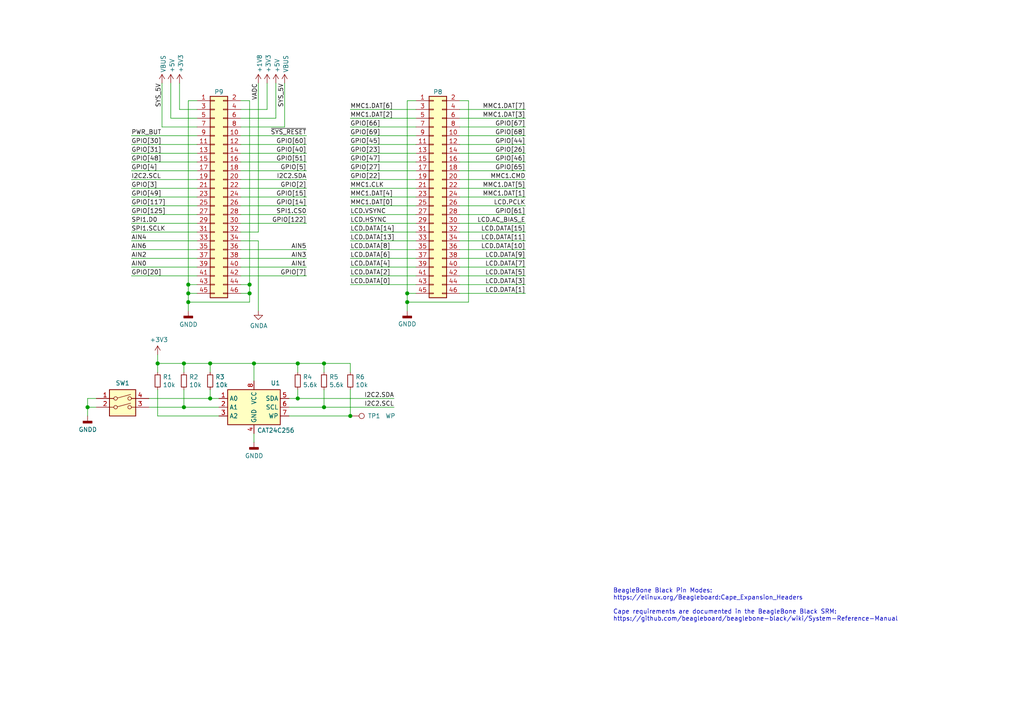
<source format=kicad_sch>
(kicad_sch (version 20211123) (generator eeschema)

  (uuid e63e39d7-6ac0-4ffd-8aa3-1841a4541b55)

  (paper "A4")

  (lib_symbols
    (symbol "Connector:TestPoint" (pin_numbers hide) (pin_names (offset 0.762) hide) (in_bom yes) (on_board yes)
      (property "Reference" "TP" (id 0) (at 0 6.858 0)
        (effects (font (size 1.27 1.27)))
      )
      (property "Value" "TestPoint" (id 1) (at 0 5.08 0)
        (effects (font (size 1.27 1.27)))
      )
      (property "Footprint" "" (id 2) (at 5.08 0 0)
        (effects (font (size 1.27 1.27)) hide)
      )
      (property "Datasheet" "~" (id 3) (at 5.08 0 0)
        (effects (font (size 1.27 1.27)) hide)
      )
      (property "ki_keywords" "test point tp" (id 4) (at 0 0 0)
        (effects (font (size 1.27 1.27)) hide)
      )
      (property "ki_description" "test point" (id 5) (at 0 0 0)
        (effects (font (size 1.27 1.27)) hide)
      )
      (property "ki_fp_filters" "Pin* Test*" (id 6) (at 0 0 0)
        (effects (font (size 1.27 1.27)) hide)
      )
      (symbol "TestPoint_0_1"
        (circle (center 0 3.302) (radius 0.762)
          (stroke (width 0) (type default) (color 0 0 0 0))
          (fill (type none))
        )
      )
      (symbol "TestPoint_1_1"
        (pin passive line (at 0 0 90) (length 2.54)
          (name "1" (effects (font (size 1.27 1.27))))
          (number "1" (effects (font (size 1.27 1.27))))
        )
      )
    )
    (symbol "Connector_Generic:Conn_02x23_Odd_Even" (pin_names (offset 1.016) hide) (in_bom yes) (on_board yes)
      (property "Reference" "J" (id 0) (at 1.27 30.48 0)
        (effects (font (size 1.27 1.27)))
      )
      (property "Value" "Conn_02x23_Odd_Even" (id 1) (at 1.27 -30.48 0)
        (effects (font (size 1.27 1.27)))
      )
      (property "Footprint" "" (id 2) (at 0 0 0)
        (effects (font (size 1.27 1.27)) hide)
      )
      (property "Datasheet" "~" (id 3) (at 0 0 0)
        (effects (font (size 1.27 1.27)) hide)
      )
      (property "ki_keywords" "connector" (id 4) (at 0 0 0)
        (effects (font (size 1.27 1.27)) hide)
      )
      (property "ki_description" "Generic connector, double row, 02x23, odd/even pin numbering scheme (row 1 odd numbers, row 2 even numbers), script generated (kicad-library-utils/schlib/autogen/connector/)" (id 5) (at 0 0 0)
        (effects (font (size 1.27 1.27)) hide)
      )
      (property "ki_fp_filters" "Connector*:*_2x??_*" (id 6) (at 0 0 0)
        (effects (font (size 1.27 1.27)) hide)
      )
      (symbol "Conn_02x23_Odd_Even_1_1"
        (rectangle (start -1.27 -27.813) (end 0 -28.067)
          (stroke (width 0.1524) (type default) (color 0 0 0 0))
          (fill (type none))
        )
        (rectangle (start -1.27 -25.273) (end 0 -25.527)
          (stroke (width 0.1524) (type default) (color 0 0 0 0))
          (fill (type none))
        )
        (rectangle (start -1.27 -22.733) (end 0 -22.987)
          (stroke (width 0.1524) (type default) (color 0 0 0 0))
          (fill (type none))
        )
        (rectangle (start -1.27 -20.193) (end 0 -20.447)
          (stroke (width 0.1524) (type default) (color 0 0 0 0))
          (fill (type none))
        )
        (rectangle (start -1.27 -17.653) (end 0 -17.907)
          (stroke (width 0.1524) (type default) (color 0 0 0 0))
          (fill (type none))
        )
        (rectangle (start -1.27 -15.113) (end 0 -15.367)
          (stroke (width 0.1524) (type default) (color 0 0 0 0))
          (fill (type none))
        )
        (rectangle (start -1.27 -12.573) (end 0 -12.827)
          (stroke (width 0.1524) (type default) (color 0 0 0 0))
          (fill (type none))
        )
        (rectangle (start -1.27 -10.033) (end 0 -10.287)
          (stroke (width 0.1524) (type default) (color 0 0 0 0))
          (fill (type none))
        )
        (rectangle (start -1.27 -7.493) (end 0 -7.747)
          (stroke (width 0.1524) (type default) (color 0 0 0 0))
          (fill (type none))
        )
        (rectangle (start -1.27 -4.953) (end 0 -5.207)
          (stroke (width 0.1524) (type default) (color 0 0 0 0))
          (fill (type none))
        )
        (rectangle (start -1.27 -2.413) (end 0 -2.667)
          (stroke (width 0.1524) (type default) (color 0 0 0 0))
          (fill (type none))
        )
        (rectangle (start -1.27 0.127) (end 0 -0.127)
          (stroke (width 0.1524) (type default) (color 0 0 0 0))
          (fill (type none))
        )
        (rectangle (start -1.27 2.667) (end 0 2.413)
          (stroke (width 0.1524) (type default) (color 0 0 0 0))
          (fill (type none))
        )
        (rectangle (start -1.27 5.207) (end 0 4.953)
          (stroke (width 0.1524) (type default) (color 0 0 0 0))
          (fill (type none))
        )
        (rectangle (start -1.27 7.747) (end 0 7.493)
          (stroke (width 0.1524) (type default) (color 0 0 0 0))
          (fill (type none))
        )
        (rectangle (start -1.27 10.287) (end 0 10.033)
          (stroke (width 0.1524) (type default) (color 0 0 0 0))
          (fill (type none))
        )
        (rectangle (start -1.27 12.827) (end 0 12.573)
          (stroke (width 0.1524) (type default) (color 0 0 0 0))
          (fill (type none))
        )
        (rectangle (start -1.27 15.367) (end 0 15.113)
          (stroke (width 0.1524) (type default) (color 0 0 0 0))
          (fill (type none))
        )
        (rectangle (start -1.27 17.907) (end 0 17.653)
          (stroke (width 0.1524) (type default) (color 0 0 0 0))
          (fill (type none))
        )
        (rectangle (start -1.27 20.447) (end 0 20.193)
          (stroke (width 0.1524) (type default) (color 0 0 0 0))
          (fill (type none))
        )
        (rectangle (start -1.27 22.987) (end 0 22.733)
          (stroke (width 0.1524) (type default) (color 0 0 0 0))
          (fill (type none))
        )
        (rectangle (start -1.27 25.527) (end 0 25.273)
          (stroke (width 0.1524) (type default) (color 0 0 0 0))
          (fill (type none))
        )
        (rectangle (start -1.27 28.067) (end 0 27.813)
          (stroke (width 0.1524) (type default) (color 0 0 0 0))
          (fill (type none))
        )
        (rectangle (start -1.27 29.21) (end 3.81 -29.21)
          (stroke (width 0.254) (type default) (color 0 0 0 0))
          (fill (type background))
        )
        (rectangle (start 3.81 -27.813) (end 2.54 -28.067)
          (stroke (width 0.1524) (type default) (color 0 0 0 0))
          (fill (type none))
        )
        (rectangle (start 3.81 -25.273) (end 2.54 -25.527)
          (stroke (width 0.1524) (type default) (color 0 0 0 0))
          (fill (type none))
        )
        (rectangle (start 3.81 -22.733) (end 2.54 -22.987)
          (stroke (width 0.1524) (type default) (color 0 0 0 0))
          (fill (type none))
        )
        (rectangle (start 3.81 -20.193) (end 2.54 -20.447)
          (stroke (width 0.1524) (type default) (color 0 0 0 0))
          (fill (type none))
        )
        (rectangle (start 3.81 -17.653) (end 2.54 -17.907)
          (stroke (width 0.1524) (type default) (color 0 0 0 0))
          (fill (type none))
        )
        (rectangle (start 3.81 -15.113) (end 2.54 -15.367)
          (stroke (width 0.1524) (type default) (color 0 0 0 0))
          (fill (type none))
        )
        (rectangle (start 3.81 -12.573) (end 2.54 -12.827)
          (stroke (width 0.1524) (type default) (color 0 0 0 0))
          (fill (type none))
        )
        (rectangle (start 3.81 -10.033) (end 2.54 -10.287)
          (stroke (width 0.1524) (type default) (color 0 0 0 0))
          (fill (type none))
        )
        (rectangle (start 3.81 -7.493) (end 2.54 -7.747)
          (stroke (width 0.1524) (type default) (color 0 0 0 0))
          (fill (type none))
        )
        (rectangle (start 3.81 -4.953) (end 2.54 -5.207)
          (stroke (width 0.1524) (type default) (color 0 0 0 0))
          (fill (type none))
        )
        (rectangle (start 3.81 -2.413) (end 2.54 -2.667)
          (stroke (width 0.1524) (type default) (color 0 0 0 0))
          (fill (type none))
        )
        (rectangle (start 3.81 0.127) (end 2.54 -0.127)
          (stroke (width 0.1524) (type default) (color 0 0 0 0))
          (fill (type none))
        )
        (rectangle (start 3.81 2.667) (end 2.54 2.413)
          (stroke (width 0.1524) (type default) (color 0 0 0 0))
          (fill (type none))
        )
        (rectangle (start 3.81 5.207) (end 2.54 4.953)
          (stroke (width 0.1524) (type default) (color 0 0 0 0))
          (fill (type none))
        )
        (rectangle (start 3.81 7.747) (end 2.54 7.493)
          (stroke (width 0.1524) (type default) (color 0 0 0 0))
          (fill (type none))
        )
        (rectangle (start 3.81 10.287) (end 2.54 10.033)
          (stroke (width 0.1524) (type default) (color 0 0 0 0))
          (fill (type none))
        )
        (rectangle (start 3.81 12.827) (end 2.54 12.573)
          (stroke (width 0.1524) (type default) (color 0 0 0 0))
          (fill (type none))
        )
        (rectangle (start 3.81 15.367) (end 2.54 15.113)
          (stroke (width 0.1524) (type default) (color 0 0 0 0))
          (fill (type none))
        )
        (rectangle (start 3.81 17.907) (end 2.54 17.653)
          (stroke (width 0.1524) (type default) (color 0 0 0 0))
          (fill (type none))
        )
        (rectangle (start 3.81 20.447) (end 2.54 20.193)
          (stroke (width 0.1524) (type default) (color 0 0 0 0))
          (fill (type none))
        )
        (rectangle (start 3.81 22.987) (end 2.54 22.733)
          (stroke (width 0.1524) (type default) (color 0 0 0 0))
          (fill (type none))
        )
        (rectangle (start 3.81 25.527) (end 2.54 25.273)
          (stroke (width 0.1524) (type default) (color 0 0 0 0))
          (fill (type none))
        )
        (rectangle (start 3.81 28.067) (end 2.54 27.813)
          (stroke (width 0.1524) (type default) (color 0 0 0 0))
          (fill (type none))
        )
        (pin passive line (at -5.08 27.94 0) (length 3.81)
          (name "Pin_1" (effects (font (size 1.27 1.27))))
          (number "1" (effects (font (size 1.27 1.27))))
        )
        (pin passive line (at 7.62 17.78 180) (length 3.81)
          (name "Pin_10" (effects (font (size 1.27 1.27))))
          (number "10" (effects (font (size 1.27 1.27))))
        )
        (pin passive line (at -5.08 15.24 0) (length 3.81)
          (name "Pin_11" (effects (font (size 1.27 1.27))))
          (number "11" (effects (font (size 1.27 1.27))))
        )
        (pin passive line (at 7.62 15.24 180) (length 3.81)
          (name "Pin_12" (effects (font (size 1.27 1.27))))
          (number "12" (effects (font (size 1.27 1.27))))
        )
        (pin passive line (at -5.08 12.7 0) (length 3.81)
          (name "Pin_13" (effects (font (size 1.27 1.27))))
          (number "13" (effects (font (size 1.27 1.27))))
        )
        (pin passive line (at 7.62 12.7 180) (length 3.81)
          (name "Pin_14" (effects (font (size 1.27 1.27))))
          (number "14" (effects (font (size 1.27 1.27))))
        )
        (pin passive line (at -5.08 10.16 0) (length 3.81)
          (name "Pin_15" (effects (font (size 1.27 1.27))))
          (number "15" (effects (font (size 1.27 1.27))))
        )
        (pin passive line (at 7.62 10.16 180) (length 3.81)
          (name "Pin_16" (effects (font (size 1.27 1.27))))
          (number "16" (effects (font (size 1.27 1.27))))
        )
        (pin passive line (at -5.08 7.62 0) (length 3.81)
          (name "Pin_17" (effects (font (size 1.27 1.27))))
          (number "17" (effects (font (size 1.27 1.27))))
        )
        (pin passive line (at 7.62 7.62 180) (length 3.81)
          (name "Pin_18" (effects (font (size 1.27 1.27))))
          (number "18" (effects (font (size 1.27 1.27))))
        )
        (pin passive line (at -5.08 5.08 0) (length 3.81)
          (name "Pin_19" (effects (font (size 1.27 1.27))))
          (number "19" (effects (font (size 1.27 1.27))))
        )
        (pin passive line (at 7.62 27.94 180) (length 3.81)
          (name "Pin_2" (effects (font (size 1.27 1.27))))
          (number "2" (effects (font (size 1.27 1.27))))
        )
        (pin passive line (at 7.62 5.08 180) (length 3.81)
          (name "Pin_20" (effects (font (size 1.27 1.27))))
          (number "20" (effects (font (size 1.27 1.27))))
        )
        (pin passive line (at -5.08 2.54 0) (length 3.81)
          (name "Pin_21" (effects (font (size 1.27 1.27))))
          (number "21" (effects (font (size 1.27 1.27))))
        )
        (pin passive line (at 7.62 2.54 180) (length 3.81)
          (name "Pin_22" (effects (font (size 1.27 1.27))))
          (number "22" (effects (font (size 1.27 1.27))))
        )
        (pin passive line (at -5.08 0 0) (length 3.81)
          (name "Pin_23" (effects (font (size 1.27 1.27))))
          (number "23" (effects (font (size 1.27 1.27))))
        )
        (pin passive line (at 7.62 0 180) (length 3.81)
          (name "Pin_24" (effects (font (size 1.27 1.27))))
          (number "24" (effects (font (size 1.27 1.27))))
        )
        (pin passive line (at -5.08 -2.54 0) (length 3.81)
          (name "Pin_25" (effects (font (size 1.27 1.27))))
          (number "25" (effects (font (size 1.27 1.27))))
        )
        (pin passive line (at 7.62 -2.54 180) (length 3.81)
          (name "Pin_26" (effects (font (size 1.27 1.27))))
          (number "26" (effects (font (size 1.27 1.27))))
        )
        (pin passive line (at -5.08 -5.08 0) (length 3.81)
          (name "Pin_27" (effects (font (size 1.27 1.27))))
          (number "27" (effects (font (size 1.27 1.27))))
        )
        (pin passive line (at 7.62 -5.08 180) (length 3.81)
          (name "Pin_28" (effects (font (size 1.27 1.27))))
          (number "28" (effects (font (size 1.27 1.27))))
        )
        (pin passive line (at -5.08 -7.62 0) (length 3.81)
          (name "Pin_29" (effects (font (size 1.27 1.27))))
          (number "29" (effects (font (size 1.27 1.27))))
        )
        (pin passive line (at -5.08 25.4 0) (length 3.81)
          (name "Pin_3" (effects (font (size 1.27 1.27))))
          (number "3" (effects (font (size 1.27 1.27))))
        )
        (pin passive line (at 7.62 -7.62 180) (length 3.81)
          (name "Pin_30" (effects (font (size 1.27 1.27))))
          (number "30" (effects (font (size 1.27 1.27))))
        )
        (pin passive line (at -5.08 -10.16 0) (length 3.81)
          (name "Pin_31" (effects (font (size 1.27 1.27))))
          (number "31" (effects (font (size 1.27 1.27))))
        )
        (pin passive line (at 7.62 -10.16 180) (length 3.81)
          (name "Pin_32" (effects (font (size 1.27 1.27))))
          (number "32" (effects (font (size 1.27 1.27))))
        )
        (pin passive line (at -5.08 -12.7 0) (length 3.81)
          (name "Pin_33" (effects (font (size 1.27 1.27))))
          (number "33" (effects (font (size 1.27 1.27))))
        )
        (pin passive line (at 7.62 -12.7 180) (length 3.81)
          (name "Pin_34" (effects (font (size 1.27 1.27))))
          (number "34" (effects (font (size 1.27 1.27))))
        )
        (pin passive line (at -5.08 -15.24 0) (length 3.81)
          (name "Pin_35" (effects (font (size 1.27 1.27))))
          (number "35" (effects (font (size 1.27 1.27))))
        )
        (pin passive line (at 7.62 -15.24 180) (length 3.81)
          (name "Pin_36" (effects (font (size 1.27 1.27))))
          (number "36" (effects (font (size 1.27 1.27))))
        )
        (pin passive line (at -5.08 -17.78 0) (length 3.81)
          (name "Pin_37" (effects (font (size 1.27 1.27))))
          (number "37" (effects (font (size 1.27 1.27))))
        )
        (pin passive line (at 7.62 -17.78 180) (length 3.81)
          (name "Pin_38" (effects (font (size 1.27 1.27))))
          (number "38" (effects (font (size 1.27 1.27))))
        )
        (pin passive line (at -5.08 -20.32 0) (length 3.81)
          (name "Pin_39" (effects (font (size 1.27 1.27))))
          (number "39" (effects (font (size 1.27 1.27))))
        )
        (pin passive line (at 7.62 25.4 180) (length 3.81)
          (name "Pin_4" (effects (font (size 1.27 1.27))))
          (number "4" (effects (font (size 1.27 1.27))))
        )
        (pin passive line (at 7.62 -20.32 180) (length 3.81)
          (name "Pin_40" (effects (font (size 1.27 1.27))))
          (number "40" (effects (font (size 1.27 1.27))))
        )
        (pin passive line (at -5.08 -22.86 0) (length 3.81)
          (name "Pin_41" (effects (font (size 1.27 1.27))))
          (number "41" (effects (font (size 1.27 1.27))))
        )
        (pin passive line (at 7.62 -22.86 180) (length 3.81)
          (name "Pin_42" (effects (font (size 1.27 1.27))))
          (number "42" (effects (font (size 1.27 1.27))))
        )
        (pin passive line (at -5.08 -25.4 0) (length 3.81)
          (name "Pin_43" (effects (font (size 1.27 1.27))))
          (number "43" (effects (font (size 1.27 1.27))))
        )
        (pin passive line (at 7.62 -25.4 180) (length 3.81)
          (name "Pin_44" (effects (font (size 1.27 1.27))))
          (number "44" (effects (font (size 1.27 1.27))))
        )
        (pin passive line (at -5.08 -27.94 0) (length 3.81)
          (name "Pin_45" (effects (font (size 1.27 1.27))))
          (number "45" (effects (font (size 1.27 1.27))))
        )
        (pin passive line (at 7.62 -27.94 180) (length 3.81)
          (name "Pin_46" (effects (font (size 1.27 1.27))))
          (number "46" (effects (font (size 1.27 1.27))))
        )
        (pin passive line (at -5.08 22.86 0) (length 3.81)
          (name "Pin_5" (effects (font (size 1.27 1.27))))
          (number "5" (effects (font (size 1.27 1.27))))
        )
        (pin passive line (at 7.62 22.86 180) (length 3.81)
          (name "Pin_6" (effects (font (size 1.27 1.27))))
          (number "6" (effects (font (size 1.27 1.27))))
        )
        (pin passive line (at -5.08 20.32 0) (length 3.81)
          (name "Pin_7" (effects (font (size 1.27 1.27))))
          (number "7" (effects (font (size 1.27 1.27))))
        )
        (pin passive line (at 7.62 20.32 180) (length 3.81)
          (name "Pin_8" (effects (font (size 1.27 1.27))))
          (number "8" (effects (font (size 1.27 1.27))))
        )
        (pin passive line (at -5.08 17.78 0) (length 3.81)
          (name "Pin_9" (effects (font (size 1.27 1.27))))
          (number "9" (effects (font (size 1.27 1.27))))
        )
      )
    )
    (symbol "Device:R_Small" (pin_numbers hide) (pin_names (offset 0.254) hide) (in_bom yes) (on_board yes)
      (property "Reference" "R" (id 0) (at 0.762 0.508 0)
        (effects (font (size 1.27 1.27)) (justify left))
      )
      (property "Value" "R_Small" (id 1) (at 0.762 -1.016 0)
        (effects (font (size 1.27 1.27)) (justify left))
      )
      (property "Footprint" "" (id 2) (at 0 0 0)
        (effects (font (size 1.27 1.27)) hide)
      )
      (property "Datasheet" "~" (id 3) (at 0 0 0)
        (effects (font (size 1.27 1.27)) hide)
      )
      (property "ki_keywords" "R resistor" (id 4) (at 0 0 0)
        (effects (font (size 1.27 1.27)) hide)
      )
      (property "ki_description" "Resistor, small symbol" (id 5) (at 0 0 0)
        (effects (font (size 1.27 1.27)) hide)
      )
      (property "ki_fp_filters" "R_*" (id 6) (at 0 0 0)
        (effects (font (size 1.27 1.27)) hide)
      )
      (symbol "R_Small_0_1"
        (rectangle (start -0.762 1.778) (end 0.762 -1.778)
          (stroke (width 0.2032) (type default) (color 0 0 0 0))
          (fill (type none))
        )
      )
      (symbol "R_Small_1_1"
        (pin passive line (at 0 2.54 270) (length 0.762)
          (name "~" (effects (font (size 1.27 1.27))))
          (number "1" (effects (font (size 1.27 1.27))))
        )
        (pin passive line (at 0 -2.54 90) (length 0.762)
          (name "~" (effects (font (size 1.27 1.27))))
          (number "2" (effects (font (size 1.27 1.27))))
        )
      )
    )
    (symbol "Memory_EEPROM:CAT24C256" (in_bom yes) (on_board yes)
      (property "Reference" "U" (id 0) (at -6.35 6.35 0)
        (effects (font (size 1.27 1.27)))
      )
      (property "Value" "CAT24C256" (id 1) (at 1.27 6.35 0)
        (effects (font (size 1.27 1.27)) (justify left))
      )
      (property "Footprint" "" (id 2) (at 0 0 0)
        (effects (font (size 1.27 1.27)) hide)
      )
      (property "Datasheet" "https://www.onsemi.cn/PowerSolutions/document/CAT24C256-D.PDF" (id 3) (at 0 0 0)
        (effects (font (size 1.27 1.27)) hide)
      )
      (property "ki_keywords" "I2C EEPROM Serial 256kb" (id 4) (at 0 0 0)
        (effects (font (size 1.27 1.27)) hide)
      )
      (property "ki_description" "256 kb CMOS Serial EEPROM, DIP-8/SOIC-8/TSSOP-8/DFN-8" (id 5) (at 0 0 0)
        (effects (font (size 1.27 1.27)) hide)
      )
      (property "ki_fp_filters" "DIP*W7.62mm* SOIC*3.9x4.9mm* TSSOP*4.4x3mm*P0.65mm* DFN*3x2mm*P0.5mm*" (id 6) (at 0 0 0)
        (effects (font (size 1.27 1.27)) hide)
      )
      (symbol "CAT24C256_1_1"
        (rectangle (start -7.62 5.08) (end 7.62 -5.08)
          (stroke (width 0.254) (type default) (color 0 0 0 0))
          (fill (type background))
        )
        (pin input line (at -10.16 2.54 0) (length 2.54)
          (name "A0" (effects (font (size 1.27 1.27))))
          (number "1" (effects (font (size 1.27 1.27))))
        )
        (pin input line (at -10.16 0 0) (length 2.54)
          (name "A1" (effects (font (size 1.27 1.27))))
          (number "2" (effects (font (size 1.27 1.27))))
        )
        (pin input line (at -10.16 -2.54 0) (length 2.54)
          (name "A2" (effects (font (size 1.27 1.27))))
          (number "3" (effects (font (size 1.27 1.27))))
        )
        (pin power_in line (at 0 -7.62 90) (length 2.54)
          (name "GND" (effects (font (size 1.27 1.27))))
          (number "4" (effects (font (size 1.27 1.27))))
        )
        (pin bidirectional line (at 10.16 2.54 180) (length 2.54)
          (name "SDA" (effects (font (size 1.27 1.27))))
          (number "5" (effects (font (size 1.27 1.27))))
        )
        (pin input line (at 10.16 0 180) (length 2.54)
          (name "SCL" (effects (font (size 1.27 1.27))))
          (number "6" (effects (font (size 1.27 1.27))))
        )
        (pin input line (at 10.16 -2.54 180) (length 2.54)
          (name "WP" (effects (font (size 1.27 1.27))))
          (number "7" (effects (font (size 1.27 1.27))))
        )
        (pin power_in line (at 0 7.62 270) (length 2.54)
          (name "VCC" (effects (font (size 1.27 1.27))))
          (number "8" (effects (font (size 1.27 1.27))))
        )
      )
    )
    (symbol "Switch:SW_DIP_x02" (pin_names (offset 0) hide) (in_bom yes) (on_board yes)
      (property "Reference" "SW" (id 0) (at 0 6.35 0)
        (effects (font (size 1.27 1.27)))
      )
      (property "Value" "SW_DIP_x02" (id 1) (at 0 -3.81 0)
        (effects (font (size 1.27 1.27)))
      )
      (property "Footprint" "" (id 2) (at 0 0 0)
        (effects (font (size 1.27 1.27)) hide)
      )
      (property "Datasheet" "~" (id 3) (at 0 0 0)
        (effects (font (size 1.27 1.27)) hide)
      )
      (property "ki_keywords" "dip switch" (id 4) (at 0 0 0)
        (effects (font (size 1.27 1.27)) hide)
      )
      (property "ki_description" "2x DIP Switch, Single Pole Single Throw (SPST) switch, small symbol" (id 5) (at 0 0 0)
        (effects (font (size 1.27 1.27)) hide)
      )
      (property "ki_fp_filters" "SW?DIP?x2*" (id 6) (at 0 0 0)
        (effects (font (size 1.27 1.27)) hide)
      )
      (symbol "SW_DIP_x02_0_0"
        (circle (center -2.032 0) (radius 0.508)
          (stroke (width 0) (type default) (color 0 0 0 0))
          (fill (type none))
        )
        (circle (center -2.032 2.54) (radius 0.508)
          (stroke (width 0) (type default) (color 0 0 0 0))
          (fill (type none))
        )
        (polyline
          (pts
            (xy -1.524 0.127)
            (xy 2.3622 1.1684)
          )
          (stroke (width 0) (type default) (color 0 0 0 0))
          (fill (type none))
        )
        (polyline
          (pts
            (xy -1.524 2.667)
            (xy 2.3622 3.7084)
          )
          (stroke (width 0) (type default) (color 0 0 0 0))
          (fill (type none))
        )
        (circle (center 2.032 0) (radius 0.508)
          (stroke (width 0) (type default) (color 0 0 0 0))
          (fill (type none))
        )
        (circle (center 2.032 2.54) (radius 0.508)
          (stroke (width 0) (type default) (color 0 0 0 0))
          (fill (type none))
        )
      )
      (symbol "SW_DIP_x02_0_1"
        (rectangle (start -3.81 5.08) (end 3.81 -2.54)
          (stroke (width 0.254) (type default) (color 0 0 0 0))
          (fill (type background))
        )
      )
      (symbol "SW_DIP_x02_1_1"
        (pin passive line (at -7.62 2.54 0) (length 5.08)
          (name "~" (effects (font (size 1.27 1.27))))
          (number "1" (effects (font (size 1.27 1.27))))
        )
        (pin passive line (at -7.62 0 0) (length 5.08)
          (name "~" (effects (font (size 1.27 1.27))))
          (number "2" (effects (font (size 1.27 1.27))))
        )
        (pin passive line (at 7.62 0 180) (length 5.08)
          (name "~" (effects (font (size 1.27 1.27))))
          (number "3" (effects (font (size 1.27 1.27))))
        )
        (pin passive line (at 7.62 2.54 180) (length 5.08)
          (name "~" (effects (font (size 1.27 1.27))))
          (number "4" (effects (font (size 1.27 1.27))))
        )
      )
    )
    (symbol "power:+1V8" (power) (pin_names (offset 0)) (in_bom yes) (on_board yes)
      (property "Reference" "#PWR" (id 0) (at 0 -3.81 0)
        (effects (font (size 1.27 1.27)) hide)
      )
      (property "Value" "+1V8" (id 1) (at 0 3.556 0)
        (effects (font (size 1.27 1.27)))
      )
      (property "Footprint" "" (id 2) (at 0 0 0)
        (effects (font (size 1.27 1.27)) hide)
      )
      (property "Datasheet" "" (id 3) (at 0 0 0)
        (effects (font (size 1.27 1.27)) hide)
      )
      (property "ki_keywords" "power-flag" (id 4) (at 0 0 0)
        (effects (font (size 1.27 1.27)) hide)
      )
      (property "ki_description" "Power symbol creates a global label with name \"+1V8\"" (id 5) (at 0 0 0)
        (effects (font (size 1.27 1.27)) hide)
      )
      (symbol "+1V8_0_1"
        (polyline
          (pts
            (xy -0.762 1.27)
            (xy 0 2.54)
          )
          (stroke (width 0) (type default) (color 0 0 0 0))
          (fill (type none))
        )
        (polyline
          (pts
            (xy 0 0)
            (xy 0 2.54)
          )
          (stroke (width 0) (type default) (color 0 0 0 0))
          (fill (type none))
        )
        (polyline
          (pts
            (xy 0 2.54)
            (xy 0.762 1.27)
          )
          (stroke (width 0) (type default) (color 0 0 0 0))
          (fill (type none))
        )
      )
      (symbol "+1V8_1_1"
        (pin power_in line (at 0 0 90) (length 0) hide
          (name "+1V8" (effects (font (size 1.27 1.27))))
          (number "1" (effects (font (size 1.27 1.27))))
        )
      )
    )
    (symbol "power:+3.3V" (power) (pin_names (offset 0)) (in_bom yes) (on_board yes)
      (property "Reference" "#PWR" (id 0) (at 0 -3.81 0)
        (effects (font (size 1.27 1.27)) hide)
      )
      (property "Value" "+3.3V" (id 1) (at 0 3.556 0)
        (effects (font (size 1.27 1.27)))
      )
      (property "Footprint" "" (id 2) (at 0 0 0)
        (effects (font (size 1.27 1.27)) hide)
      )
      (property "Datasheet" "" (id 3) (at 0 0 0)
        (effects (font (size 1.27 1.27)) hide)
      )
      (property "ki_keywords" "power-flag" (id 4) (at 0 0 0)
        (effects (font (size 1.27 1.27)) hide)
      )
      (property "ki_description" "Power symbol creates a global label with name \"+3.3V\"" (id 5) (at 0 0 0)
        (effects (font (size 1.27 1.27)) hide)
      )
      (symbol "+3.3V_0_1"
        (polyline
          (pts
            (xy -0.762 1.27)
            (xy 0 2.54)
          )
          (stroke (width 0) (type default) (color 0 0 0 0))
          (fill (type none))
        )
        (polyline
          (pts
            (xy 0 0)
            (xy 0 2.54)
          )
          (stroke (width 0) (type default) (color 0 0 0 0))
          (fill (type none))
        )
        (polyline
          (pts
            (xy 0 2.54)
            (xy 0.762 1.27)
          )
          (stroke (width 0) (type default) (color 0 0 0 0))
          (fill (type none))
        )
      )
      (symbol "+3.3V_1_1"
        (pin power_in line (at 0 0 90) (length 0) hide
          (name "+3V3" (effects (font (size 1.27 1.27))))
          (number "1" (effects (font (size 1.27 1.27))))
        )
      )
    )
    (symbol "power:+5V" (power) (pin_names (offset 0)) (in_bom yes) (on_board yes)
      (property "Reference" "#PWR" (id 0) (at 0 -3.81 0)
        (effects (font (size 1.27 1.27)) hide)
      )
      (property "Value" "+5V" (id 1) (at 0 3.556 0)
        (effects (font (size 1.27 1.27)))
      )
      (property "Footprint" "" (id 2) (at 0 0 0)
        (effects (font (size 1.27 1.27)) hide)
      )
      (property "Datasheet" "" (id 3) (at 0 0 0)
        (effects (font (size 1.27 1.27)) hide)
      )
      (property "ki_keywords" "power-flag" (id 4) (at 0 0 0)
        (effects (font (size 1.27 1.27)) hide)
      )
      (property "ki_description" "Power symbol creates a global label with name \"+5V\"" (id 5) (at 0 0 0)
        (effects (font (size 1.27 1.27)) hide)
      )
      (symbol "+5V_0_1"
        (polyline
          (pts
            (xy -0.762 1.27)
            (xy 0 2.54)
          )
          (stroke (width 0) (type default) (color 0 0 0 0))
          (fill (type none))
        )
        (polyline
          (pts
            (xy 0 0)
            (xy 0 2.54)
          )
          (stroke (width 0) (type default) (color 0 0 0 0))
          (fill (type none))
        )
        (polyline
          (pts
            (xy 0 2.54)
            (xy 0.762 1.27)
          )
          (stroke (width 0) (type default) (color 0 0 0 0))
          (fill (type none))
        )
      )
      (symbol "+5V_1_1"
        (pin power_in line (at 0 0 90) (length 0) hide
          (name "+5V" (effects (font (size 1.27 1.27))))
          (number "1" (effects (font (size 1.27 1.27))))
        )
      )
    )
    (symbol "power:GNDA" (power) (pin_names (offset 0)) (in_bom yes) (on_board yes)
      (property "Reference" "#PWR" (id 0) (at 0 -6.35 0)
        (effects (font (size 1.27 1.27)) hide)
      )
      (property "Value" "GNDA" (id 1) (at 0 -3.81 0)
        (effects (font (size 1.27 1.27)))
      )
      (property "Footprint" "" (id 2) (at 0 0 0)
        (effects (font (size 1.27 1.27)) hide)
      )
      (property "Datasheet" "" (id 3) (at 0 0 0)
        (effects (font (size 1.27 1.27)) hide)
      )
      (property "ki_keywords" "power-flag" (id 4) (at 0 0 0)
        (effects (font (size 1.27 1.27)) hide)
      )
      (property "ki_description" "Power symbol creates a global label with name \"GNDA\" , analog ground" (id 5) (at 0 0 0)
        (effects (font (size 1.27 1.27)) hide)
      )
      (symbol "GNDA_0_1"
        (polyline
          (pts
            (xy 0 0)
            (xy 0 -1.27)
            (xy 1.27 -1.27)
            (xy 0 -2.54)
            (xy -1.27 -1.27)
            (xy 0 -1.27)
          )
          (stroke (width 0) (type default) (color 0 0 0 0))
          (fill (type none))
        )
      )
      (symbol "GNDA_1_1"
        (pin power_in line (at 0 0 270) (length 0) hide
          (name "GNDA" (effects (font (size 1.27 1.27))))
          (number "1" (effects (font (size 1.27 1.27))))
        )
      )
    )
    (symbol "power:GNDD" (power) (pin_names (offset 0)) (in_bom yes) (on_board yes)
      (property "Reference" "#PWR" (id 0) (at 0 -6.35 0)
        (effects (font (size 1.27 1.27)) hide)
      )
      (property "Value" "GNDD" (id 1) (at 0 -3.175 0)
        (effects (font (size 1.27 1.27)))
      )
      (property "Footprint" "" (id 2) (at 0 0 0)
        (effects (font (size 1.27 1.27)) hide)
      )
      (property "Datasheet" "" (id 3) (at 0 0 0)
        (effects (font (size 1.27 1.27)) hide)
      )
      (property "ki_keywords" "power-flag" (id 4) (at 0 0 0)
        (effects (font (size 1.27 1.27)) hide)
      )
      (property "ki_description" "Power symbol creates a global label with name \"GNDD\" , digital ground" (id 5) (at 0 0 0)
        (effects (font (size 1.27 1.27)) hide)
      )
      (symbol "GNDD_0_1"
        (rectangle (start -1.27 -1.524) (end 1.27 -2.032)
          (stroke (width 0.254) (type default) (color 0 0 0 0))
          (fill (type outline))
        )
        (polyline
          (pts
            (xy 0 0)
            (xy 0 -1.524)
          )
          (stroke (width 0) (type default) (color 0 0 0 0))
          (fill (type none))
        )
      )
      (symbol "GNDD_1_1"
        (pin power_in line (at 0 0 270) (length 0) hide
          (name "GNDD" (effects (font (size 1.27 1.27))))
          (number "1" (effects (font (size 1.27 1.27))))
        )
      )
    )
    (symbol "power:VBUS" (power) (pin_names (offset 0)) (in_bom yes) (on_board yes)
      (property "Reference" "#PWR" (id 0) (at 0 -3.81 0)
        (effects (font (size 1.27 1.27)) hide)
      )
      (property "Value" "VBUS" (id 1) (at 0 3.81 0)
        (effects (font (size 1.27 1.27)))
      )
      (property "Footprint" "" (id 2) (at 0 0 0)
        (effects (font (size 1.27 1.27)) hide)
      )
      (property "Datasheet" "" (id 3) (at 0 0 0)
        (effects (font (size 1.27 1.27)) hide)
      )
      (property "ki_keywords" "power-flag" (id 4) (at 0 0 0)
        (effects (font (size 1.27 1.27)) hide)
      )
      (property "ki_description" "Power symbol creates a global label with name \"VBUS\"" (id 5) (at 0 0 0)
        (effects (font (size 1.27 1.27)) hide)
      )
      (symbol "VBUS_0_1"
        (polyline
          (pts
            (xy -0.762 1.27)
            (xy 0 2.54)
          )
          (stroke (width 0) (type default) (color 0 0 0 0))
          (fill (type none))
        )
        (polyline
          (pts
            (xy 0 0)
            (xy 0 2.54)
          )
          (stroke (width 0) (type default) (color 0 0 0 0))
          (fill (type none))
        )
        (polyline
          (pts
            (xy 0 2.54)
            (xy 0.762 1.27)
          )
          (stroke (width 0) (type default) (color 0 0 0 0))
          (fill (type none))
        )
      )
      (symbol "VBUS_1_1"
        (pin power_in line (at 0 0 90) (length 0) hide
          (name "VBUS" (effects (font (size 1.27 1.27))))
          (number "1" (effects (font (size 1.27 1.27))))
        )
      )
    )
  )

  (junction (at 60.96 115.57) (diameter 1.016) (color 0 0 0 0)
    (uuid 0217dfc4-fc13-4699-99ad-d9948522648e)
  )
  (junction (at 73.66 105.41) (diameter 1.016) (color 0 0 0 0)
    (uuid 1d9cdadc-9036-4a95-b6db-fa7b3b74c869)
  )
  (junction (at 86.36 115.57) (diameter 1.016) (color 0 0 0 0)
    (uuid 24f7628d-681d-4f0e-8409-40a129e929d9)
  )
  (junction (at 54.61 85.09) (diameter 1.016) (color 0 0 0 0)
    (uuid 2f215f15-3d52-4c91-93e6-3ea03a95622f)
  )
  (junction (at 86.36 105.41) (diameter 1.016) (color 0 0 0 0)
    (uuid 3a7648d8-121a-4921-9b92-9b35b76ce39b)
  )
  (junction (at 93.98 105.41) (diameter 1.016) (color 0 0 0 0)
    (uuid 3e903008-0276-4a73-8edb-5d9dfde6297c)
  )
  (junction (at 118.11 87.63) (diameter 1.016) (color 0 0 0 0)
    (uuid 45008225-f50f-4d6b-b508-6730a9408caf)
  )
  (junction (at 54.61 82.55) (diameter 1.016) (color 0 0 0 0)
    (uuid 61fe293f-6808-4b7f-9340-9aaac7054a97)
  )
  (junction (at 53.34 105.41) (diameter 1.016) (color 0 0 0 0)
    (uuid 63ff1c93-3f96-4c33-b498-5dd8c33bccc0)
  )
  (junction (at 101.6 120.65) (diameter 1.016) (color 0 0 0 0)
    (uuid 6475547d-3216-45a4-a15c-48314f1dd0f9)
  )
  (junction (at 72.39 85.09) (diameter 1.016) (color 0 0 0 0)
    (uuid 6bfe5804-2ef9-4c65-b2a7-f01e4014370a)
  )
  (junction (at 93.98 118.11) (diameter 1.016) (color 0 0 0 0)
    (uuid 75ffc65c-7132-4411-9f2a-ae0c73d79338)
  )
  (junction (at 118.11 85.09) (diameter 1.016) (color 0 0 0 0)
    (uuid 8c6a821f-8e19-48f3-8f44-9b340f7689bc)
  )
  (junction (at 54.61 87.63) (diameter 1.016) (color 0 0 0 0)
    (uuid 8da933a9-35f8-42e6-8504-d1bab7264306)
  )
  (junction (at 45.72 105.41) (diameter 1.016) (color 0 0 0 0)
    (uuid 9e1b837f-0d34-4a18-9644-9ee68f141f46)
  )
  (junction (at 53.34 118.11) (diameter 1.016) (color 0 0 0 0)
    (uuid b88717bd-086f-46cd-9d3f-0396009d0996)
  )
  (junction (at 60.96 105.41) (diameter 1.016) (color 0 0 0 0)
    (uuid bd5408e4-362d-4e43-9d39-78fb99eb52c8)
  )
  (junction (at 25.4 118.11) (diameter 1.016) (color 0 0 0 0)
    (uuid c01d25cd-f4bb-4ef3-b5ea-533a2a4ddb2b)
  )
  (junction (at 72.39 82.55) (diameter 1.016) (color 0 0 0 0)
    (uuid c0eca5ed-bc5e-4618-9bcd-80945bea41ed)
  )

  (wire (pts (xy 38.1 64.77) (xy 57.15 64.77))
    (stroke (width 0) (type solid) (color 0 0 0 0))
    (uuid 0076b710-0dbc-4833-919a-2a55ac71f2fb)
  )
  (wire (pts (xy 133.35 59.69) (xy 152.4 59.69))
    (stroke (width 0) (type solid) (color 0 0 0 0))
    (uuid 0764365f-6dd9-47c9-a73a-b208a53bfd57)
  )
  (wire (pts (xy 86.36 113.03) (xy 86.36 115.57))
    (stroke (width 0) (type solid) (color 0 0 0 0))
    (uuid 0792438a-d6b9-455b-a418-cfae4e3bf3a1)
  )
  (wire (pts (xy 86.36 115.57) (xy 83.82 115.57))
    (stroke (width 0) (type solid) (color 0 0 0 0))
    (uuid 0792438a-d6b9-455b-a418-cfae4e3bf3a2)
  )
  (wire (pts (xy 60.96 105.41) (xy 60.96 107.95))
    (stroke (width 0) (type solid) (color 0 0 0 0))
    (uuid 0821e2eb-4f9a-421f-a126-b102e5fb564a)
  )
  (wire (pts (xy 69.85 64.77) (xy 88.9 64.77))
    (stroke (width 0) (type solid) (color 0 0 0 0))
    (uuid 08254701-3119-407c-a4ca-b4c999cba6aa)
  )
  (wire (pts (xy 57.15 34.29) (xy 49.53 34.29))
    (stroke (width 0) (type solid) (color 0 0 0 0))
    (uuid 09c6d31c-6921-4ada-9a7a-6ce320949c12)
  )
  (wire (pts (xy 74.93 69.85) (xy 74.93 90.17))
    (stroke (width 0) (type solid) (color 0 0 0 0))
    (uuid 0b54dc65-c319-4f98-a5bf-0fc0746e8144)
  )
  (wire (pts (xy 133.35 54.61) (xy 152.4 54.61))
    (stroke (width 0) (type solid) (color 0 0 0 0))
    (uuid 0bb7388e-7393-44ac-8bf7-26879bf41501)
  )
  (wire (pts (xy 133.35 64.77) (xy 152.4 64.77))
    (stroke (width 0) (type solid) (color 0 0 0 0))
    (uuid 0dbfcdd4-9992-41c3-b186-d0f090355e42)
  )
  (wire (pts (xy 57.15 36.83) (xy 46.99 36.83))
    (stroke (width 0) (type solid) (color 0 0 0 0))
    (uuid 0f3b00e1-fc99-4687-a350-7272a0c19f46)
  )
  (wire (pts (xy 54.61 82.55) (xy 57.15 82.55))
    (stroke (width 0) (type solid) (color 0 0 0 0))
    (uuid 10fa2751-b171-4188-9368-e39561aa0c2e)
  )
  (wire (pts (xy 54.61 85.09) (xy 54.61 82.55))
    (stroke (width 0) (type solid) (color 0 0 0 0))
    (uuid 10fa2751-b171-4188-9368-e39561aa0c2f)
  )
  (wire (pts (xy 69.85 80.01) (xy 88.9 80.01))
    (stroke (width 0) (type solid) (color 0 0 0 0))
    (uuid 11a32558-1bce-4b42-ab8f-e34db6ad68a1)
  )
  (wire (pts (xy 133.35 72.39) (xy 152.4 72.39))
    (stroke (width 0) (type solid) (color 0 0 0 0))
    (uuid 132ca310-3495-494f-ae23-6781e1b40163)
  )
  (wire (pts (xy 69.85 74.93) (xy 88.9 74.93))
    (stroke (width 0) (type solid) (color 0 0 0 0))
    (uuid 18aa5497-fa2f-4fba-8f04-d8ce688169de)
  )
  (wire (pts (xy 101.6 46.99) (xy 120.65 46.99))
    (stroke (width 0) (type solid) (color 0 0 0 0))
    (uuid 1a422e25-3705-42bf-958e-bdabf6e14fef)
  )
  (wire (pts (xy 133.35 74.93) (xy 152.4 74.93))
    (stroke (width 0) (type solid) (color 0 0 0 0))
    (uuid 1aa9b743-f985-4825-9f8e-230ec3d0b6ea)
  )
  (wire (pts (xy 69.85 59.69) (xy 88.9 59.69))
    (stroke (width 0) (type solid) (color 0 0 0 0))
    (uuid 1b6ca585-d51f-4795-b686-83570e87729e)
  )
  (wire (pts (xy 38.1 67.31) (xy 57.15 67.31))
    (stroke (width 0) (type solid) (color 0 0 0 0))
    (uuid 1bfbae65-f842-455c-876b-1d2701408533)
  )
  (wire (pts (xy 69.85 77.47) (xy 88.9 77.47))
    (stroke (width 0) (type solid) (color 0 0 0 0))
    (uuid 21e12682-a308-4746-be3d-9a1a4de09ec9)
  )
  (wire (pts (xy 101.6 67.31) (xy 120.65 67.31))
    (stroke (width 0) (type solid) (color 0 0 0 0))
    (uuid 229aca72-f5bb-4cb9-977f-48b1a1598328)
  )
  (wire (pts (xy 101.6 39.37) (xy 120.65 39.37))
    (stroke (width 0) (type solid) (color 0 0 0 0))
    (uuid 22e2d0fd-ec43-4ee9-b34d-cc75311a06eb)
  )
  (wire (pts (xy 101.6 105.41) (xy 93.98 105.41))
    (stroke (width 0) (type solid) (color 0 0 0 0))
    (uuid 24175d39-bcc0-4e51-91b1-616ed799d21b)
  )
  (wire (pts (xy 69.85 69.85) (xy 74.93 69.85))
    (stroke (width 0) (type solid) (color 0 0 0 0))
    (uuid 2461b8c6-6a18-4c08-989b-6d3edcbef310)
  )
  (wire (pts (xy 54.61 87.63) (xy 72.39 87.63))
    (stroke (width 0) (type solid) (color 0 0 0 0))
    (uuid 24db55d8-c498-4b1e-a639-a3396a1a2ef3)
  )
  (wire (pts (xy 38.1 46.99) (xy 57.15 46.99))
    (stroke (width 0) (type solid) (color 0 0 0 0))
    (uuid 28da167d-07b5-4e51-b6b3-3b3eb9abd425)
  )
  (wire (pts (xy 133.35 49.53) (xy 152.4 49.53))
    (stroke (width 0) (type solid) (color 0 0 0 0))
    (uuid 2ab45e31-90b9-4498-baa7-ff60520eafd6)
  )
  (wire (pts (xy 57.15 31.75) (xy 52.07 31.75))
    (stroke (width 0) (type solid) (color 0 0 0 0))
    (uuid 2f9568ae-a4f8-4204-ba50-aed9cfb7fcd7)
  )
  (wire (pts (xy 25.4 115.57) (xy 27.94 115.57))
    (stroke (width 0) (type solid) (color 0 0 0 0))
    (uuid 30b43193-c0c0-48bc-952e-60b92e4dd9f7)
  )
  (wire (pts (xy 25.4 118.11) (xy 25.4 115.57))
    (stroke (width 0) (type solid) (color 0 0 0 0))
    (uuid 30b43193-c0c0-48bc-952e-60b92e4dd9f8)
  )
  (wire (pts (xy 25.4 120.65) (xy 25.4 118.11))
    (stroke (width 0) (type solid) (color 0 0 0 0))
    (uuid 30b43193-c0c0-48bc-952e-60b92e4dd9f9)
  )
  (wire (pts (xy 38.1 44.45) (xy 57.15 44.45))
    (stroke (width 0) (type solid) (color 0 0 0 0))
    (uuid 30f99261-01f5-4cf9-b2c4-2ce1d6aeb7cf)
  )
  (wire (pts (xy 38.1 57.15) (xy 57.15 57.15))
    (stroke (width 0) (type solid) (color 0 0 0 0))
    (uuid 310073d5-13f9-40e7-b81e-a9192514870a)
  )
  (wire (pts (xy 118.11 87.63) (xy 135.89 87.63))
    (stroke (width 0) (type solid) (color 0 0 0 0))
    (uuid 37349bc2-d5a5-4cb6-9b0c-22d05f755171)
  )
  (wire (pts (xy 135.89 29.21) (xy 135.89 87.63))
    (stroke (width 0) (type solid) (color 0 0 0 0))
    (uuid 37349bc2-d5a5-4cb6-9b0c-22d05f755172)
  )
  (wire (pts (xy 69.85 36.83) (xy 82.55 36.83))
    (stroke (width 0) (type solid) (color 0 0 0 0))
    (uuid 3a00696e-a771-4de6-9f3c-69b1e35ce1e1)
  )
  (wire (pts (xy 118.11 29.21) (xy 118.11 85.09))
    (stroke (width 0) (type solid) (color 0 0 0 0))
    (uuid 3b7bbf95-a18d-42fa-b691-853936b09d16)
  )
  (wire (pts (xy 45.72 105.41) (xy 53.34 105.41))
    (stroke (width 0) (type solid) (color 0 0 0 0))
    (uuid 407e53a2-967f-4188-80b9-9e0a73d6bee5)
  )
  (wire (pts (xy 38.1 77.47) (xy 57.15 77.47))
    (stroke (width 0) (type solid) (color 0 0 0 0))
    (uuid 4399c17d-7e2e-4a37-aca1-bf44884b368e)
  )
  (wire (pts (xy 49.53 34.29) (xy 49.53 24.13))
    (stroke (width 0) (type solid) (color 0 0 0 0))
    (uuid 43b43cf9-5f5a-4885-9787-e323d0e81ed9)
  )
  (wire (pts (xy 101.6 44.45) (xy 120.65 44.45))
    (stroke (width 0) (type solid) (color 0 0 0 0))
    (uuid 43dce230-da61-4bd6-80a8-cda774ad5215)
  )
  (wire (pts (xy 118.11 29.21) (xy 120.65 29.21))
    (stroke (width 0) (type solid) (color 0 0 0 0))
    (uuid 44bd2ec1-121a-4e1f-bdda-7bf8c67c277e)
  )
  (wire (pts (xy 101.6 77.47) (xy 120.65 77.47))
    (stroke (width 0) (type solid) (color 0 0 0 0))
    (uuid 459dc41d-20c5-4b31-9ce1-c7f2d27efec4)
  )
  (wire (pts (xy 73.66 105.41) (xy 86.36 105.41))
    (stroke (width 0) (type solid) (color 0 0 0 0))
    (uuid 48f8126f-078c-46f0-a773-342a05a67ed6)
  )
  (wire (pts (xy 86.36 105.41) (xy 86.36 107.95))
    (stroke (width 0) (type solid) (color 0 0 0 0))
    (uuid 48f8126f-078c-46f0-a773-342a05a67ed7)
  )
  (wire (pts (xy 86.36 105.41) (xy 93.98 105.41))
    (stroke (width 0) (type solid) (color 0 0 0 0))
    (uuid 4c4c017f-12d8-4194-8f65-2c63b3d85896)
  )
  (wire (pts (xy 93.98 105.41) (xy 93.98 107.95))
    (stroke (width 0) (type solid) (color 0 0 0 0))
    (uuid 4c4c017f-12d8-4194-8f65-2c63b3d85897)
  )
  (wire (pts (xy 93.98 113.03) (xy 93.98 118.11))
    (stroke (width 0) (type solid) (color 0 0 0 0))
    (uuid 4d95eae1-07c9-4982-9f41-59124b1b9a6f)
  )
  (wire (pts (xy 93.98 118.11) (xy 83.82 118.11))
    (stroke (width 0) (type solid) (color 0 0 0 0))
    (uuid 4d95eae1-07c9-4982-9f41-59124b1b9a70)
  )
  (wire (pts (xy 133.35 62.23) (xy 152.4 62.23))
    (stroke (width 0) (type solid) (color 0 0 0 0))
    (uuid 4e3f175e-1e6e-405f-af08-cd6d218052a9)
  )
  (wire (pts (xy 69.85 31.75) (xy 77.47 31.75))
    (stroke (width 0) (type solid) (color 0 0 0 0))
    (uuid 4f7813f7-c452-4716-b805-895dcde7cf00)
  )
  (wire (pts (xy 80.01 34.29) (xy 80.01 24.13))
    (stroke (width 0) (type solid) (color 0 0 0 0))
    (uuid 4fd126b4-50fe-44e9-84f8-81503a3efdef)
  )
  (wire (pts (xy 77.47 31.75) (xy 77.47 24.13))
    (stroke (width 0) (type solid) (color 0 0 0 0))
    (uuid 51c46bd1-3fc0-460e-a2e5-c7b782850a7e)
  )
  (wire (pts (xy 53.34 105.41) (xy 53.34 107.95))
    (stroke (width 0) (type solid) (color 0 0 0 0))
    (uuid 51e324fe-1d58-487d-936b-2166cb1f56ec)
  )
  (wire (pts (xy 73.66 125.73) (xy 73.66 128.27))
    (stroke (width 0) (type solid) (color 0 0 0 0))
    (uuid 51f5c161-39c8-4b4c-8362-a760d50bd7e2)
  )
  (wire (pts (xy 118.11 85.09) (xy 118.11 87.63))
    (stroke (width 0) (type solid) (color 0 0 0 0))
    (uuid 54bcd2a7-0ab6-457c-b7e7-7de95511e7d9)
  )
  (wire (pts (xy 118.11 87.63) (xy 118.11 90.17))
    (stroke (width 0) (type solid) (color 0 0 0 0))
    (uuid 54bcd2a7-0ab6-457c-b7e7-7de95511e7da)
  )
  (wire (pts (xy 120.65 85.09) (xy 118.11 85.09))
    (stroke (width 0) (type solid) (color 0 0 0 0))
    (uuid 54bcd2a7-0ab6-457c-b7e7-7de95511e7db)
  )
  (wire (pts (xy 52.07 31.75) (xy 52.07 24.13))
    (stroke (width 0) (type solid) (color 0 0 0 0))
    (uuid 54e07f06-6271-4f5c-8fcd-3eba54f68780)
  )
  (wire (pts (xy 101.6 31.75) (xy 120.65 31.75))
    (stroke (width 0) (type solid) (color 0 0 0 0))
    (uuid 574318bf-d619-48cd-9a40-2e3d566a7efb)
  )
  (wire (pts (xy 69.85 52.07) (xy 88.9 52.07))
    (stroke (width 0) (type solid) (color 0 0 0 0))
    (uuid 5dd21dfa-5f9c-4807-aea2-0acd03922e6d)
  )
  (wire (pts (xy 101.6 80.01) (xy 120.65 80.01))
    (stroke (width 0) (type solid) (color 0 0 0 0))
    (uuid 621136d3-f27c-40c6-b828-44c2985c82ef)
  )
  (wire (pts (xy 101.6 49.53) (xy 120.65 49.53))
    (stroke (width 0) (type solid) (color 0 0 0 0))
    (uuid 650d9f96-ae88-46b3-9869-f65a837de473)
  )
  (wire (pts (xy 38.1 72.39) (xy 57.15 72.39))
    (stroke (width 0) (type solid) (color 0 0 0 0))
    (uuid 66385eb4-5112-4b80-ad67-b16a35bb0f35)
  )
  (wire (pts (xy 133.35 57.15) (xy 152.4 57.15))
    (stroke (width 0) (type solid) (color 0 0 0 0))
    (uuid 71da3fe8-4779-4669-aa4f-df2e69be80a0)
  )
  (wire (pts (xy 46.99 36.83) (xy 46.99 24.13))
    (stroke (width 0) (type solid) (color 0 0 0 0))
    (uuid 7454e0db-6591-477c-89f8-43bfc67d5505)
  )
  (wire (pts (xy 38.1 62.23) (xy 57.15 62.23))
    (stroke (width 0) (type solid) (color 0 0 0 0))
    (uuid 753fbf3d-c1e0-4443-8168-1ccd0b0db7f0)
  )
  (wire (pts (xy 133.35 39.37) (xy 152.4 39.37))
    (stroke (width 0) (type solid) (color 0 0 0 0))
    (uuid 7554a904-b88b-453c-81d8-341138bf9371)
  )
  (wire (pts (xy 69.85 82.55) (xy 72.39 82.55))
    (stroke (width 0) (type solid) (color 0 0 0 0))
    (uuid 7a42d7ff-786e-4e28-a62c-34710c8a0159)
  )
  (wire (pts (xy 72.39 82.55) (xy 72.39 85.09))
    (stroke (width 0) (type solid) (color 0 0 0 0))
    (uuid 7a42d7ff-786e-4e28-a62c-34710c8a015a)
  )
  (wire (pts (xy 72.39 85.09) (xy 72.39 87.63))
    (stroke (width 0) (type solid) (color 0 0 0 0))
    (uuid 7a42d7ff-786e-4e28-a62c-34710c8a015b)
  )
  (wire (pts (xy 133.35 34.29) (xy 152.4 34.29))
    (stroke (width 0) (type solid) (color 0 0 0 0))
    (uuid 7b8b2e54-25cd-4ab4-853a-31fd547570f5)
  )
  (wire (pts (xy 69.85 62.23) (xy 88.9 62.23))
    (stroke (width 0) (type solid) (color 0 0 0 0))
    (uuid 7f0e0430-cc62-4f0b-9659-9484a24a750d)
  )
  (wire (pts (xy 69.85 44.45) (xy 88.9 44.45))
    (stroke (width 0) (type solid) (color 0 0 0 0))
    (uuid 810d2cdb-327a-4bb7-a2d1-1ecaadb00c65)
  )
  (wire (pts (xy 101.6 57.15) (xy 120.65 57.15))
    (stroke (width 0) (type solid) (color 0 0 0 0))
    (uuid 82653d17-f98d-4005-ae0c-b3545b2e3dfa)
  )
  (wire (pts (xy 69.85 29.21) (xy 72.39 29.21))
    (stroke (width 0) (type solid) (color 0 0 0 0))
    (uuid 8675eaec-1cd4-4b6d-8804-970301899390)
  )
  (wire (pts (xy 43.18 115.57) (xy 60.96 115.57))
    (stroke (width 0) (type solid) (color 0 0 0 0))
    (uuid 895c83bb-27f8-4c27-a838-f24ec5793ec8)
  )
  (wire (pts (xy 38.1 54.61) (xy 57.15 54.61))
    (stroke (width 0) (type solid) (color 0 0 0 0))
    (uuid 8b5b5e41-6f01-4717-88ed-7c0f93ea71da)
  )
  (wire (pts (xy 69.85 49.53) (xy 88.9 49.53))
    (stroke (width 0) (type solid) (color 0 0 0 0))
    (uuid 8f986d78-8f1b-4042-bd2f-af408856fbd8)
  )
  (wire (pts (xy 74.93 24.13) (xy 74.93 67.31))
    (stroke (width 0) (type solid) (color 0 0 0 0))
    (uuid 8fd1b9f1-d6bb-4d90-95d5-380c7a70e94d)
  )
  (wire (pts (xy 101.6 82.55) (xy 120.65 82.55))
    (stroke (width 0) (type solid) (color 0 0 0 0))
    (uuid 90a95708-9e00-4253-a597-3b27cd2e88f1)
  )
  (wire (pts (xy 133.35 29.21) (xy 135.89 29.21))
    (stroke (width 0) (type solid) (color 0 0 0 0))
    (uuid 9331e820-ecb0-4ff6-9df7-44b5b5b18532)
  )
  (wire (pts (xy 133.35 82.55) (xy 152.4 82.55))
    (stroke (width 0) (type solid) (color 0 0 0 0))
    (uuid 948fc6b8-c095-4f34-bdf7-0121cf2f4081)
  )
  (wire (pts (xy 72.39 29.21) (xy 72.39 82.55))
    (stroke (width 0) (type solid) (color 0 0 0 0))
    (uuid 94df06d3-d815-41e4-9477-31032fbfa651)
  )
  (wire (pts (xy 69.85 57.15) (xy 88.9 57.15))
    (stroke (width 0) (type solid) (color 0 0 0 0))
    (uuid 9503bdb7-77ff-4ea3-ac1f-416e311e9b79)
  )
  (wire (pts (xy 101.6 72.39) (xy 120.65 72.39))
    (stroke (width 0) (type solid) (color 0 0 0 0))
    (uuid 95ad0fc7-2139-48a4-9f7d-320286640178)
  )
  (wire (pts (xy 38.1 80.01) (xy 57.15 80.01))
    (stroke (width 0) (type solid) (color 0 0 0 0))
    (uuid 988e4aba-0e45-4f44-9b5b-62b9c6864e08)
  )
  (wire (pts (xy 69.85 54.61) (xy 88.9 54.61))
    (stroke (width 0) (type solid) (color 0 0 0 0))
    (uuid 990a2fa6-0a91-420d-9d49-4de82be52a7b)
  )
  (wire (pts (xy 38.1 49.53) (xy 57.15 49.53))
    (stroke (width 0) (type solid) (color 0 0 0 0))
    (uuid 9cbc655d-7e21-45d0-b051-4211fac8da18)
  )
  (wire (pts (xy 101.6 36.83) (xy 120.65 36.83))
    (stroke (width 0) (type solid) (color 0 0 0 0))
    (uuid 9fb1ec82-7110-4de4-b515-3ecc8837cb5f)
  )
  (wire (pts (xy 45.72 102.87) (xy 45.72 105.41))
    (stroke (width 0) (type solid) (color 0 0 0 0))
    (uuid a2d82b7b-bb2f-4ac8-a570-247c9d32a74e)
  )
  (wire (pts (xy 45.72 105.41) (xy 45.72 107.95))
    (stroke (width 0) (type solid) (color 0 0 0 0))
    (uuid a2d82b7b-bb2f-4ac8-a570-247c9d32a74f)
  )
  (wire (pts (xy 101.6 59.69) (xy 120.65 59.69))
    (stroke (width 0) (type solid) (color 0 0 0 0))
    (uuid a39f0298-7bbf-4ac4-a7c5-4e93183f5863)
  )
  (wire (pts (xy 101.6 52.07) (xy 120.65 52.07))
    (stroke (width 0) (type solid) (color 0 0 0 0))
    (uuid a3c7cee2-6c48-4dc3-b08a-b2f0ffc6b98c)
  )
  (wire (pts (xy 133.35 46.99) (xy 152.4 46.99))
    (stroke (width 0) (type solid) (color 0 0 0 0))
    (uuid a9029c45-3db5-4588-a9e9-51e07019059d)
  )
  (wire (pts (xy 60.96 105.41) (xy 73.66 105.41))
    (stroke (width 0) (type solid) (color 0 0 0 0))
    (uuid a9cccc77-5eee-4f7e-9b77-c8814a9c6d07)
  )
  (wire (pts (xy 73.66 105.41) (xy 73.66 110.49))
    (stroke (width 0) (type solid) (color 0 0 0 0))
    (uuid a9cccc77-5eee-4f7e-9b77-c8814a9c6d08)
  )
  (wire (pts (xy 101.6 69.85) (xy 120.65 69.85))
    (stroke (width 0) (type solid) (color 0 0 0 0))
    (uuid abf1007b-01ef-449b-a61b-15b16e117a2f)
  )
  (wire (pts (xy 82.55 24.13) (xy 82.55 36.83))
    (stroke (width 0) (type solid) (color 0 0 0 0))
    (uuid af6797ea-6c79-4f12-a05f-26ee14085f9e)
  )
  (wire (pts (xy 54.61 29.21) (xy 54.61 82.55))
    (stroke (width 0) (type solid) (color 0 0 0 0))
    (uuid b28dc45f-c32a-4b3c-a880-ae747c51ea93)
  )
  (wire (pts (xy 57.15 29.21) (xy 54.61 29.21))
    (stroke (width 0) (type solid) (color 0 0 0 0))
    (uuid b28dc45f-c32a-4b3c-a880-ae747c51ea94)
  )
  (wire (pts (xy 38.1 41.91) (xy 57.15 41.91))
    (stroke (width 0) (type solid) (color 0 0 0 0))
    (uuid b28f4411-5a96-4d2b-844c-e3af48eda09c)
  )
  (wire (pts (xy 86.36 115.57) (xy 114.3 115.57))
    (stroke (width 0) (type solid) (color 0 0 0 0))
    (uuid b2c14549-24ee-47b5-b981-401ee71666fc)
  )
  (wire (pts (xy 133.35 80.01) (xy 152.4 80.01))
    (stroke (width 0) (type solid) (color 0 0 0 0))
    (uuid b431232a-2fdb-44b0-871e-2c2e713b1d26)
  )
  (wire (pts (xy 133.35 44.45) (xy 152.4 44.45))
    (stroke (width 0) (type solid) (color 0 0 0 0))
    (uuid b87ee225-8f69-4873-874c-8e337471948b)
  )
  (wire (pts (xy 133.35 69.85) (xy 152.4 69.85))
    (stroke (width 0) (type solid) (color 0 0 0 0))
    (uuid b9de54b0-48f4-41ec-9d5b-5bbb2a32192b)
  )
  (wire (pts (xy 101.6 62.23) (xy 120.65 62.23))
    (stroke (width 0) (type solid) (color 0 0 0 0))
    (uuid baf50761-5bda-4c29-a002-5a86456931c6)
  )
  (wire (pts (xy 38.1 59.69) (xy 57.15 59.69))
    (stroke (width 0) (type solid) (color 0 0 0 0))
    (uuid bb0515a9-b6c6-4f24-acd4-852d137be133)
  )
  (wire (pts (xy 133.35 41.91) (xy 152.4 41.91))
    (stroke (width 0) (type solid) (color 0 0 0 0))
    (uuid bc173296-5f77-4e90-a92f-e84479eae8b9)
  )
  (wire (pts (xy 101.6 54.61) (xy 120.65 54.61))
    (stroke (width 0) (type solid) (color 0 0 0 0))
    (uuid bfd92123-bdea-47bd-98a1-801550d02d75)
  )
  (wire (pts (xy 101.6 41.91) (xy 120.65 41.91))
    (stroke (width 0) (type solid) (color 0 0 0 0))
    (uuid c1377133-1d0d-400d-8e76-fe1df6c0c4e7)
  )
  (wire (pts (xy 54.61 85.09) (xy 57.15 85.09))
    (stroke (width 0) (type solid) (color 0 0 0 0))
    (uuid c25f9ecc-181f-4025-afa1-3054f39319b6)
  )
  (wire (pts (xy 54.61 87.63) (xy 54.61 85.09))
    (stroke (width 0) (type solid) (color 0 0 0 0))
    (uuid c25f9ecc-181f-4025-afa1-3054f39319b7)
  )
  (wire (pts (xy 54.61 90.17) (xy 54.61 87.63))
    (stroke (width 0) (type solid) (color 0 0 0 0))
    (uuid c25f9ecc-181f-4025-afa1-3054f39319b8)
  )
  (wire (pts (xy 133.35 52.07) (xy 152.4 52.07))
    (stroke (width 0) (type solid) (color 0 0 0 0))
    (uuid c2be5a08-d125-4186-8367-2102ed1aeacc)
  )
  (wire (pts (xy 43.18 118.11) (xy 53.34 118.11))
    (stroke (width 0) (type solid) (color 0 0 0 0))
    (uuid c2dd65c0-6458-403f-9a65-4e96721c60fb)
  )
  (wire (pts (xy 133.35 85.09) (xy 152.4 85.09))
    (stroke (width 0) (type solid) (color 0 0 0 0))
    (uuid c30857ed-b9a3-4a79-869c-77a520790385)
  )
  (wire (pts (xy 38.1 69.85) (xy 57.15 69.85))
    (stroke (width 0) (type solid) (color 0 0 0 0))
    (uuid c3cbfccd-4ec5-489d-a325-881bee22dce0)
  )
  (wire (pts (xy 133.35 77.47) (xy 152.4 77.47))
    (stroke (width 0) (type solid) (color 0 0 0 0))
    (uuid c46d5e88-724b-41df-ac59-a3fc621eca1b)
  )
  (wire (pts (xy 60.96 113.03) (xy 60.96 115.57))
    (stroke (width 0) (type solid) (color 0 0 0 0))
    (uuid c4fa65c2-0c55-4d69-a790-c53201f6096b)
  )
  (wire (pts (xy 63.5 115.57) (xy 60.96 115.57))
    (stroke (width 0) (type solid) (color 0 0 0 0))
    (uuid c4fa65c2-0c55-4d69-a790-c53201f6096c)
  )
  (wire (pts (xy 93.98 118.11) (xy 114.3 118.11))
    (stroke (width 0) (type solid) (color 0 0 0 0))
    (uuid c5e936ff-f734-417a-9a7a-5a4df76663df)
  )
  (wire (pts (xy 101.6 64.77) (xy 120.65 64.77))
    (stroke (width 0) (type solid) (color 0 0 0 0))
    (uuid cc4854a6-0a09-4b12-9687-18733587b74a)
  )
  (wire (pts (xy 53.34 105.41) (xy 60.96 105.41))
    (stroke (width 0) (type solid) (color 0 0 0 0))
    (uuid d6a2a0c9-370a-4b3f-8272-ba6ce33747e2)
  )
  (wire (pts (xy 25.4 118.11) (xy 27.94 118.11))
    (stroke (width 0) (type solid) (color 0 0 0 0))
    (uuid d6f32151-5efb-48ec-b90c-bf3399c170c0)
  )
  (wire (pts (xy 53.34 113.03) (xy 53.34 118.11))
    (stroke (width 0) (type solid) (color 0 0 0 0))
    (uuid d98a6bcb-1977-4e87-a876-f752dd8953cb)
  )
  (wire (pts (xy 63.5 118.11) (xy 53.34 118.11))
    (stroke (width 0) (type solid) (color 0 0 0 0))
    (uuid d98a6bcb-1977-4e87-a876-f752dd8953cc)
  )
  (wire (pts (xy 69.85 41.91) (xy 88.9 41.91))
    (stroke (width 0) (type solid) (color 0 0 0 0))
    (uuid db303965-d3b1-4d01-9053-7303f3de773d)
  )
  (wire (pts (xy 101.6 105.41) (xy 101.6 107.95))
    (stroke (width 0) (type solid) (color 0 0 0 0))
    (uuid dd13aea3-ece0-4b33-ad66-97a442a17e78)
  )
  (wire (pts (xy 101.6 113.03) (xy 101.6 120.65))
    (stroke (width 0) (type solid) (color 0 0 0 0))
    (uuid dd13aea3-ece0-4b33-ad66-97a442a17e79)
  )
  (wire (pts (xy 101.6 120.65) (xy 83.82 120.65))
    (stroke (width 0) (type solid) (color 0 0 0 0))
    (uuid dd13aea3-ece0-4b33-ad66-97a442a17e7a)
  )
  (wire (pts (xy 133.35 31.75) (xy 152.4 31.75))
    (stroke (width 0) (type solid) (color 0 0 0 0))
    (uuid ed946f08-7298-4f40-b014-d6f0f0041e92)
  )
  (wire (pts (xy 133.35 67.31) (xy 152.4 67.31))
    (stroke (width 0) (type solid) (color 0 0 0 0))
    (uuid ede96824-0c51-45fc-a7b7-7d4a79bdb9cd)
  )
  (wire (pts (xy 69.85 34.29) (xy 80.01 34.29))
    (stroke (width 0) (type solid) (color 0 0 0 0))
    (uuid edff7b9e-5ebc-47e8-b6d0-b34b6a21bd40)
  )
  (wire (pts (xy 38.1 39.37) (xy 57.15 39.37))
    (stroke (width 0) (type solid) (color 0 0 0 0))
    (uuid eefe982c-0950-4ef2-8c17-f100017765d6)
  )
  (wire (pts (xy 69.85 72.39) (xy 88.9 72.39))
    (stroke (width 0) (type solid) (color 0 0 0 0))
    (uuid ef26c988-f79a-4397-867f-3b52b8f19936)
  )
  (wire (pts (xy 69.85 46.99) (xy 88.9 46.99))
    (stroke (width 0) (type solid) (color 0 0 0 0))
    (uuid f10afc3d-8ac0-4a71-8b4f-fc4f795525c4)
  )
  (wire (pts (xy 101.6 74.93) (xy 120.65 74.93))
    (stroke (width 0) (type solid) (color 0 0 0 0))
    (uuid f12a2192-13a4-4348-bc58-1eafe555ea48)
  )
  (wire (pts (xy 133.35 36.83) (xy 152.4 36.83))
    (stroke (width 0) (type solid) (color 0 0 0 0))
    (uuid f24187d6-3fc1-4db5-95d1-ead0c78063af)
  )
  (wire (pts (xy 69.85 39.37) (xy 88.9 39.37))
    (stroke (width 0) (type solid) (color 0 0 0 0))
    (uuid f3850192-d07a-46df-999a-742739f270c9)
  )
  (wire (pts (xy 38.1 52.07) (xy 57.15 52.07))
    (stroke (width 0) (type solid) (color 0 0 0 0))
    (uuid f8d2fa08-cb8c-4aff-a935-d54f2572a784)
  )
  (wire (pts (xy 69.85 67.31) (xy 74.93 67.31))
    (stroke (width 0) (type solid) (color 0 0 0 0))
    (uuid f8e3a751-f1a9-453f-870e-97e3a8f346e5)
  )
  (wire (pts (xy 38.1 74.93) (xy 57.15 74.93))
    (stroke (width 0) (type solid) (color 0 0 0 0))
    (uuid f8f907e1-1b45-4bf4-9aa5-2660525cc897)
  )
  (wire (pts (xy 101.6 34.29) (xy 120.65 34.29))
    (stroke (width 0) (type solid) (color 0 0 0 0))
    (uuid f9f83256-477e-432d-bc51-7fb0957f3523)
  )
  (wire (pts (xy 45.72 113.03) (xy 45.72 120.65))
    (stroke (width 0) (type solid) (color 0 0 0 0))
    (uuid fa78cbe9-6783-4cbc-bd29-5e7d405b7d95)
  )
  (wire (pts (xy 63.5 120.65) (xy 45.72 120.65))
    (stroke (width 0) (type solid) (color 0 0 0 0))
    (uuid fa78cbe9-6783-4cbc-bd29-5e7d405b7d96)
  )
  (wire (pts (xy 69.85 85.09) (xy 72.39 85.09))
    (stroke (width 0) (type solid) (color 0 0 0 0))
    (uuid fbcf0d0c-ef73-41e1-9782-1f6c9a5bfc5e)
  )

  (text "BeagleBone Black Pin Modes:\nhttps://elinux.org/Beagleboard:Cape_Expansion_Headers\n\nCape requirements are documented in the BeagleBone Black SRM:\nhttps://github.com/beagleboard/beaglebone-black/wiki/System-Reference-Manual"
    (at 177.8 180.34 0)
    (effects (font (size 1.27 1.27)) (justify left bottom))
    (uuid 13cfaebb-2822-4533-b59c-64f4a8653fac)
  )

  (label "GPIO[45]" (at 101.6 41.91 0)
    (effects (font (size 1.27 1.27)) (justify left bottom))
    (uuid 009e3267-a50c-44b6-ab50-e74ede624795)
  )
  (label "LCD.DATA[14]" (at 101.6 67.31 0)
    (effects (font (size 1.27 1.27)) (justify left bottom))
    (uuid 0162b855-a34f-40c9-bee2-950f133cffbd)
  )
  (label "AIN4" (at 38.1 69.85 0)
    (effects (font (size 1.27 1.27)) (justify left bottom))
    (uuid 0a725c19-4f9c-4e64-bad9-f3018873004e)
  )
  (label "GPIO[125]" (at 38.1 62.23 0)
    (effects (font (size 1.27 1.27)) (justify left bottom))
    (uuid 0fe84c55-8e1a-44d4-9cdc-13a077e3869e)
  )
  (label "GPIO[5]" (at 88.9 49.53 180)
    (effects (font (size 1.27 1.27)) (justify right bottom))
    (uuid 12416905-41b5-4f9e-8c3a-7fe307299d38)
  )
  (label "VADC" (at 74.93 24.13 270)
    (effects (font (size 1.27 1.27)) (justify right bottom))
    (uuid 13c15d46-854d-4796-b3c0-1ec7eec16d7c)
  )
  (label "SPI1.CS0" (at 88.9 62.23 180)
    (effects (font (size 1.27 1.27)) (justify right bottom))
    (uuid 170d17ec-a264-43e4-88e7-822ff2106015)
  )
  (label "GPIO[67]" (at 152.4 36.83 180)
    (effects (font (size 1.27 1.27)) (justify right bottom))
    (uuid 19aee956-8ae9-439e-bc4f-7897264e66e9)
  )
  (label "LCD.DATA[13]" (at 101.6 69.85 0)
    (effects (font (size 1.27 1.27)) (justify left bottom))
    (uuid 2dcad31f-ee9d-4cff-a47d-20b2cfe1fffb)
  )
  (label "I2C2.SDA" (at 88.9 52.07 180)
    (effects (font (size 1.27 1.27)) (justify right bottom))
    (uuid 322540bf-0d4a-41f5-9c9c-e36bd33dafc8)
  )
  (label "MMC1.DAT[5]" (at 152.4 54.61 180)
    (effects (font (size 1.27 1.27)) (justify right bottom))
    (uuid 35f916f4-9a6f-4642-a2da-9f233853623e)
  )
  (label "LCD.DATA[1]" (at 152.4 85.09 180)
    (effects (font (size 1.27 1.27)) (justify right bottom))
    (uuid 3ae8f9c2-af7b-4507-97d7-d3e119f62ed0)
  )
  (label "LCD.HSYNC" (at 101.6 64.77 0)
    (effects (font (size 1.27 1.27)) (justify left bottom))
    (uuid 3c16d88d-4905-4868-8630-3c994007e5e7)
  )
  (label "MMC1.CMD" (at 152.4 52.07 180)
    (effects (font (size 1.27 1.27)) (justify right bottom))
    (uuid 3ec5c375-c248-4348-989d-7fe608b334d7)
  )
  (label "SPI1.SCLK" (at 38.1 67.31 0)
    (effects (font (size 1.27 1.27)) (justify left bottom))
    (uuid 4760d8fb-642b-474b-8327-f39de2284007)
  )
  (label "GPIO[117]" (at 38.1 59.69 0)
    (effects (font (size 1.27 1.27)) (justify left bottom))
    (uuid 4880d586-85e0-43f2-bb36-4ff848f788be)
  )
  (label "PWR_BUT" (at 38.1 39.37 0)
    (effects (font (size 1.27 1.27)) (justify left bottom))
    (uuid 5493d57d-3ec8-44e3-ba26-0745414c4400)
  )
  (label "GPIO[27]" (at 101.6 49.53 0)
    (effects (font (size 1.27 1.27)) (justify left bottom))
    (uuid 57e61609-f160-424e-ba57-9df61a22e8ad)
  )
  (label "~{SYS_RESET}" (at 88.9 39.37 180)
    (effects (font (size 1.27 1.27)) (justify right bottom))
    (uuid 580dd369-bbc3-40eb-abbe-40c533af3730)
  )
  (label "GPIO[30]" (at 38.1 41.91 0)
    (effects (font (size 1.27 1.27)) (justify left bottom))
    (uuid 593fb314-00bd-4d24-a2a3-c2309d8fce60)
  )
  (label "GPIO[4]" (at 38.1 49.53 0)
    (effects (font (size 1.27 1.27)) (justify left bottom))
    (uuid 5a43e2fb-f459-4cf1-90c6-b3ac27736680)
  )
  (label "LCD.DATA[2]" (at 101.6 80.01 0)
    (effects (font (size 1.27 1.27)) (justify left bottom))
    (uuid 5ee21685-7915-4346-b650-fe47fb621be6)
  )
  (label "GPIO[7]" (at 88.9 80.01 180)
    (effects (font (size 1.27 1.27)) (justify right bottom))
    (uuid 63b1d026-77a3-4e1c-bed1-60ab2c60f64a)
  )
  (label "AIN6" (at 38.1 72.39 0)
    (effects (font (size 1.27 1.27)) (justify left bottom))
    (uuid 6f738cb2-073b-4399-b775-1a540387c7dd)
  )
  (label "GPIO[15]" (at 88.9 57.15 180)
    (effects (font (size 1.27 1.27)) (justify right bottom))
    (uuid 6f7a81e1-b1dc-46c4-9121-bca992f5fcb7)
  )
  (label "SPI1.D0" (at 38.1 64.77 0)
    (effects (font (size 1.27 1.27)) (justify left bottom))
    (uuid 6fae0978-d8f0-4cfc-9850-4ed04e32954b)
  )
  (label "SYS_5V" (at 82.55 24.13 270)
    (effects (font (size 1.27 1.27)) (justify right bottom))
    (uuid 7143353e-43e3-4d6a-a998-94b36e9cee94)
  )
  (label "GPIO[46]" (at 152.4 46.99 180)
    (effects (font (size 1.27 1.27)) (justify right bottom))
    (uuid 76ec3c69-7091-44e1-8e2e-34725aba38cf)
  )
  (label "AIN5" (at 88.9 72.39 180)
    (effects (font (size 1.27 1.27)) (justify right bottom))
    (uuid 783547e8-d7d9-4b41-960b-4bf1d6373a7d)
  )
  (label "GPIO[23]" (at 101.6 44.45 0)
    (effects (font (size 1.27 1.27)) (justify left bottom))
    (uuid 799184cd-9064-4f6d-a4db-a84f4c8ae2ed)
  )
  (label "GPIO[51]" (at 88.9 46.99 180)
    (effects (font (size 1.27 1.27)) (justify right bottom))
    (uuid 7a1eb6bc-4350-4b12-bb51-1f6fc5cc367b)
  )
  (label "MMC1.DAT[3]" (at 152.4 34.29 180)
    (effects (font (size 1.27 1.27)) (justify right bottom))
    (uuid 7b91bd27-a10e-4c1a-8e3b-17eff1997f5b)
  )
  (label "GPIO[2]" (at 88.9 54.61 180)
    (effects (font (size 1.27 1.27)) (justify right bottom))
    (uuid 81b8ecec-8531-4420-bfde-3c2931045df6)
  )
  (label "GPIO[31]" (at 38.1 44.45 0)
    (effects (font (size 1.27 1.27)) (justify left bottom))
    (uuid 87fb368c-ef74-4ef8-842b-487b673e6746)
  )
  (label "GPIO[20]" (at 38.1 80.01 0)
    (effects (font (size 1.27 1.27)) (justify left bottom))
    (uuid 8a02a7c2-cfe8-4412-8a18-4395018d2bef)
  )
  (label "MMC1.CLK" (at 101.6 54.61 0)
    (effects (font (size 1.27 1.27)) (justify left bottom))
    (uuid 8b848f61-e816-4f1c-a0d8-054a31a5ca04)
  )
  (label "MMC1.DAT[1]" (at 152.4 57.15 180)
    (effects (font (size 1.27 1.27)) (justify right bottom))
    (uuid 92912d2f-7358-4b5c-b842-48a3431720fd)
  )
  (label "GPIO[47]" (at 101.6 46.99 0)
    (effects (font (size 1.27 1.27)) (justify left bottom))
    (uuid 99e3a8dc-a81c-4b7b-b2ba-61d77ee90ece)
  )
  (label "LCD.DATA[11]" (at 152.4 69.85 180)
    (effects (font (size 1.27 1.27)) (justify right bottom))
    (uuid 9ba8b2e6-19e5-4824-b388-0339f1b96476)
  )
  (label "GPIO[40]" (at 88.9 44.45 180)
    (effects (font (size 1.27 1.27)) (justify right bottom))
    (uuid 9bb196d1-1e9b-4357-9d2f-9482b29c4ff2)
  )
  (label "I2C2.SCL" (at 38.1 52.07 0)
    (effects (font (size 1.27 1.27)) (justify left bottom))
    (uuid 9f53c3e6-ea61-43b7-8fbf-7eac96ff1c17)
  )
  (label "LCD.DATA[0]" (at 101.6 82.55 0)
    (effects (font (size 1.27 1.27)) (justify left bottom))
    (uuid a23bbc64-2fdb-4301-8a97-aef7b50edab2)
  )
  (label "LCD.PCLK" (at 152.4 59.69 180)
    (effects (font (size 1.27 1.27)) (justify right bottom))
    (uuid a888ae0c-23a7-496b-b535-41f216c378d7)
  )
  (label "GPIO[44]" (at 152.4 41.91 180)
    (effects (font (size 1.27 1.27)) (justify right bottom))
    (uuid a92d5aa9-b1dc-4c39-bfb9-868f981ca457)
  )
  (label "GPIO[49]" (at 38.1 57.15 0)
    (effects (font (size 1.27 1.27)) (justify left bottom))
    (uuid ad0a9162-b83e-40e6-8b18-17267ebf744e)
  )
  (label "AIN2" (at 38.1 74.93 0)
    (effects (font (size 1.27 1.27)) (justify left bottom))
    (uuid af04b538-577a-4bd4-99db-826f11d74779)
  )
  (label "GPIO[61]" (at 152.4 62.23 180)
    (effects (font (size 1.27 1.27)) (justify right bottom))
    (uuid afece140-cc8f-4300-9138-facf75e079f1)
  )
  (label "GPIO[122]" (at 88.9 64.77 180)
    (effects (font (size 1.27 1.27)) (justify right bottom))
    (uuid b0ca3fe8-8734-429c-9fe9-980b216ac6fd)
  )
  (label "AIN0" (at 38.1 77.47 0)
    (effects (font (size 1.27 1.27)) (justify left bottom))
    (uuid b1410100-d656-4059-b1de-fdb8a90e50dc)
  )
  (label "LCD.DATA[9]" (at 152.4 74.93 180)
    (effects (font (size 1.27 1.27)) (justify right bottom))
    (uuid b71944b2-0390-4e46-b7b6-57609b5de4c3)
  )
  (label "LCD.DATA[15]" (at 152.4 67.31 180)
    (effects (font (size 1.27 1.27)) (justify right bottom))
    (uuid b75ff156-8026-42fb-897e-c920e87354ea)
  )
  (label "GPIO[66]" (at 101.6 36.83 0)
    (effects (font (size 1.27 1.27)) (justify left bottom))
    (uuid ba4aaee6-fe84-49ae-81fb-b4ac1b434641)
  )
  (label "GPIO[14]" (at 88.9 59.69 180)
    (effects (font (size 1.27 1.27)) (justify right bottom))
    (uuid be2ee675-680e-4a39-bc04-10d9cd671473)
  )
  (label "GPIO[3]" (at 38.1 54.61 0)
    (effects (font (size 1.27 1.27)) (justify left bottom))
    (uuid beb5f8c7-eb49-4b83-ab1d-eef221e5b0a1)
  )
  (label "MMC1.DAT[7]" (at 152.4 31.75 180)
    (effects (font (size 1.27 1.27)) (justify right bottom))
    (uuid c1591a20-cdb5-41b5-9f43-8cb956b87664)
  )
  (label "I2C2.SCL" (at 114.3 118.11 180)
    (effects (font (size 1.27 1.27)) (justify right bottom))
    (uuid c5464df7-0c46-467c-9968-58be11076853)
  )
  (label "MMC1.DAT[2]" (at 101.6 34.29 0)
    (effects (font (size 1.27 1.27)) (justify left bottom))
    (uuid c7f56b3a-4ad2-45d1-8189-5de6d2af538b)
  )
  (label "GPIO[69]" (at 101.6 39.37 0)
    (effects (font (size 1.27 1.27)) (justify left bottom))
    (uuid ca258f53-d5d5-4631-8bce-fe35b6a061c2)
  )
  (label "LCD.DATA[4]" (at 101.6 77.47 0)
    (effects (font (size 1.27 1.27)) (justify left bottom))
    (uuid ca711b1c-b21e-4522-b1e1-01de77d2a302)
  )
  (label "GPIO[60]" (at 88.9 41.91 180)
    (effects (font (size 1.27 1.27)) (justify right bottom))
    (uuid caf45298-4afd-477e-8930-ce61aa498a4a)
  )
  (label "LCD.DATA[3]" (at 152.4 82.55 180)
    (effects (font (size 1.27 1.27)) (justify right bottom))
    (uuid cb52b3a0-f94d-41d0-94cf-adfdea3636eb)
  )
  (label "MMC1.DAT[4]" (at 101.6 57.15 0)
    (effects (font (size 1.27 1.27)) (justify left bottom))
    (uuid cc5984df-0ab0-4d49-a81a-f2ba83f020c2)
  )
  (label "GPIO[22]" (at 101.6 52.07 0)
    (effects (font (size 1.27 1.27)) (justify left bottom))
    (uuid ccc5dae7-7793-49a4-a2bb-0f0bac185355)
  )
  (label "GPIO[68]" (at 152.4 39.37 180)
    (effects (font (size 1.27 1.27)) (justify right bottom))
    (uuid cfe2a0db-cd31-4748-a797-097dec622f52)
  )
  (label "AIN3" (at 88.9 74.93 180)
    (effects (font (size 1.27 1.27)) (justify right bottom))
    (uuid d3ae1f3d-7af4-4358-a045-3ee2d68493d2)
  )
  (label "LCD.AC_BIAS_E" (at 152.4 64.77 180)
    (effects (font (size 1.27 1.27)) (justify right bottom))
    (uuid d67c6903-9a88-4ace-b1f6-454edf4911ca)
  )
  (label "LCD.DATA[7]" (at 152.4 77.47 180)
    (effects (font (size 1.27 1.27)) (justify right bottom))
    (uuid d9d0e9fd-c09a-4f9b-af73-7f7663480cf3)
  )
  (label "LCD.DATA[10]" (at 152.4 72.39 180)
    (effects (font (size 1.27 1.27)) (justify right bottom))
    (uuid dbc3c2b3-752d-4205-9060-a9a6031bcd6c)
  )
  (label "MMC1.DAT[0]" (at 101.6 59.69 0)
    (effects (font (size 1.27 1.27)) (justify left bottom))
    (uuid dda61fc2-96cc-4ac6-998b-e362b908914a)
  )
  (label "GPIO[26]" (at 152.4 44.45 180)
    (effects (font (size 1.27 1.27)) (justify right bottom))
    (uuid de1fe6b7-1d17-4d3f-9ead-19f18992603e)
  )
  (label "GPIO[48]" (at 38.1 46.99 0)
    (effects (font (size 1.27 1.27)) (justify left bottom))
    (uuid df55052e-1967-494b-98c2-5fcc054d25ed)
  )
  (label "LCD.DATA[5]" (at 152.4 80.01 180)
    (effects (font (size 1.27 1.27)) (justify right bottom))
    (uuid df779314-9397-477d-a4cd-98a4ef5376e0)
  )
  (label "AIN1" (at 88.9 77.47 180)
    (effects (font (size 1.27 1.27)) (justify right bottom))
    (uuid df82660a-c62a-46e3-a1f1-8598dcb69255)
  )
  (label "LCD.DATA[8]" (at 101.6 72.39 0)
    (effects (font (size 1.27 1.27)) (justify left bottom))
    (uuid e71816f9-c480-48e4-9d11-9c16eb4725a7)
  )
  (label "SYS_5V" (at 46.99 24.13 270)
    (effects (font (size 1.27 1.27)) (justify right bottom))
    (uuid e7c96b8f-7455-48bf-88bb-c3ec6079c6ee)
  )
  (label "MMC1.DAT[6]" (at 101.6 31.75 0)
    (effects (font (size 1.27 1.27)) (justify left bottom))
    (uuid ecc85c6c-62cb-43ca-af06-53e0797103ab)
  )
  (label "LCD.DATA[6]" (at 101.6 74.93 0)
    (effects (font (size 1.27 1.27)) (justify left bottom))
    (uuid ed81eb3d-07a9-49e0-ad55-ab6a58ea0274)
  )
  (label "I2C2.SDA" (at 114.3 115.57 180)
    (effects (font (size 1.27 1.27)) (justify right bottom))
    (uuid ee525511-635f-4c28-91e9-6f12119393a5)
  )
  (label "LCD.VSYNC" (at 101.6 62.23 0)
    (effects (font (size 1.27 1.27)) (justify left bottom))
    (uuid f24194cd-db28-4c07-b410-65453e98133c)
  )
  (label "GPIO[65]" (at 152.4 49.53 180)
    (effects (font (size 1.27 1.27)) (justify right bottom))
    (uuid fae18769-6774-4e2d-86b4-0639792c3e80)
  )

  (symbol (lib_id "power:GNDD") (at 118.11 90.17 0) (unit 1)
    (in_bom yes) (on_board yes)
    (uuid 00000000-0000-0000-0000-0000558979c1)
    (property "Reference" "#PWR04" (id 0) (at 118.11 96.52 0)
      (effects (font (size 1.27 1.27)) hide)
    )
    (property "Value" "GNDD" (id 1) (at 118.11 93.98 0))
    (property "Footprint" "" (id 2) (at 118.11 90.17 0)
      (effects (font (size 1.524 1.524)))
    )
    (property "Datasheet" "" (id 3) (at 118.11 90.17 0)
      (effects (font (size 1.524 1.524)))
    )
    (pin "1" (uuid 9b80cf1c-93ce-4cc5-8c67-4cd230cf8826))
  )

  (symbol (lib_id "power:+3.3V") (at 77.47 24.13 0) (unit 1)
    (in_bom yes) (on_board yes)
    (uuid 00000000-0000-0000-0000-000055897a67)
    (property "Reference" "#PWR06" (id 0) (at 77.47 27.94 0)
      (effects (font (size 1.27 1.27)) hide)
    )
    (property "Value" "+3V3" (id 1) (at 77.8256 21.082 90)
      (effects (font (size 1.27 1.27)) (justify left))
    )
    (property "Footprint" "" (id 2) (at 77.47 24.13 0)
      (effects (font (size 1.524 1.524)))
    )
    (property "Datasheet" "" (id 3) (at 77.47 24.13 0)
      (effects (font (size 1.524 1.524)))
    )
    (pin "1" (uuid fda9381f-bc06-41b0-bd3e-990a743875c6))
  )

  (symbol (lib_id "power:+5V") (at 80.01 24.13 0) (unit 1)
    (in_bom yes) (on_board yes)
    (uuid 00000000-0000-0000-0000-000055897a7f)
    (property "Reference" "#PWR07" (id 0) (at 80.01 27.94 0)
      (effects (font (size 1.27 1.27)) hide)
    )
    (property "Value" "+5V" (id 1) (at 80.391 21.082 90)
      (effects (font (size 1.27 1.27)) (justify left))
    )
    (property "Footprint" "" (id 2) (at 80.01 24.13 0)
      (effects (font (size 1.524 1.524)))
    )
    (property "Datasheet" "" (id 3) (at 80.01 24.13 0)
      (effects (font (size 1.524 1.524)))
    )
    (pin "1" (uuid 151f773b-2ee4-4f1c-b6d0-317d431ee1f8))
  )

  (symbol (lib_id "power:+3.3V") (at 52.07 24.13 0) (unit 1)
    (in_bom yes) (on_board yes)
    (uuid 00000000-0000-0000-0000-000055897ee7)
    (property "Reference" "#PWR08" (id 0) (at 52.07 27.94 0)
      (effects (font (size 1.27 1.27)) hide)
    )
    (property "Value" "+3V3" (id 1) (at 52.4256 21.082 90)
      (effects (font (size 1.27 1.27)) (justify left))
    )
    (property "Footprint" "" (id 2) (at 52.07 24.13 0)
      (effects (font (size 1.524 1.524)))
    )
    (property "Datasheet" "" (id 3) (at 52.07 24.13 0)
      (effects (font (size 1.524 1.524)))
    )
    (pin "1" (uuid 03b9b9a8-f149-416b-bd4a-93c4e0faf2f6))
  )

  (symbol (lib_id "power:+5V") (at 49.53 24.13 0) (unit 1)
    (in_bom yes) (on_board yes)
    (uuid 00000000-0000-0000-0000-000055897ef8)
    (property "Reference" "#PWR09" (id 0) (at 49.53 27.94 0)
      (effects (font (size 1.27 1.27)) hide)
    )
    (property "Value" "+5V" (id 1) (at 49.911 21.082 90)
      (effects (font (size 1.27 1.27)) (justify left))
    )
    (property "Footprint" "" (id 2) (at 49.53 24.13 0)
      (effects (font (size 1.524 1.524)))
    )
    (property "Datasheet" "" (id 3) (at 49.53 24.13 0)
      (effects (font (size 1.524 1.524)))
    )
    (pin "1" (uuid 014f2c02-65ee-40f2-ae83-3f58fefaaf8e))
  )

  (symbol (lib_id "Connector_Generic:Conn_02x23_Odd_Even") (at 62.23 57.15 0) (unit 1)
    (in_bom yes) (on_board yes)
    (uuid 00000000-0000-0000-0000-000055df7dba)
    (property "Reference" "P9" (id 0) (at 63.5 26.67 0))
    (property "Value" "BeagleBone_Black_Header" (id 1) (at 63.5 55.88 90)
      (effects (font (size 1.27 1.27)) hide)
    )
    (property "Footprint" "Connector_PinHeader_2.54mm:PinHeader_2x23_P2.54mm_Vertical" (id 2) (at 62.23 78.74 0)
      (effects (font (size 1.524 1.524)) hide)
    )
    (property "Datasheet" "" (id 3) (at 62.23 78.74 0)
      (effects (font (size 1.524 1.524)))
    )
    (pin "1" (uuid b54e08c4-6d76-41a8-84a5-0331300aaae7))
    (pin "10" (uuid 76eae789-e11f-4e7e-8a7f-7dbbee265e19))
    (pin "11" (uuid e4f8fef1-85e1-49ae-a7ce-7757256ae555))
    (pin "12" (uuid a139d872-294c-4b16-aa3b-2a1209c75793))
    (pin "13" (uuid 8006e9f2-df8e-439d-844f-fdb7e7baca2b))
    (pin "14" (uuid 8099cb4c-a083-4a7f-b3ae-cebb6cfb3e32))
    (pin "15" (uuid cf4009e8-7f84-445e-bdf1-dd3cbbc3657a))
    (pin "16" (uuid b6531c2f-0128-44c1-b3a6-c1b0dbf1a6b5))
    (pin "17" (uuid b680395f-ae82-4bbe-a28c-43a4093e6d2a))
    (pin "18" (uuid 0277f39c-0d78-4199-b315-b55e64dd9862))
    (pin "19" (uuid 0eb99f67-ddb3-417c-a942-836dc12935fa))
    (pin "2" (uuid aff5183b-d43e-42ca-ae87-c9816f724638))
    (pin "20" (uuid c35867d0-5a06-43de-94cc-a4fedab81a04))
    (pin "21" (uuid 5ba6ee67-1dd5-40f1-961d-f21637bda80c))
    (pin "22" (uuid e538f9af-7e6c-4e9c-be01-7979f6cd5a9d))
    (pin "23" (uuid ba90c8d0-4e69-4172-9e31-42ba55346409))
    (pin "24" (uuid 3f23a3f1-0f42-41d8-86d7-84ecc600e3d0))
    (pin "25" (uuid 9a56b0d2-6dae-4822-ad1c-bdbf582687cb))
    (pin "26" (uuid fdd9b0eb-63ec-4239-961f-37c376e6d752))
    (pin "27" (uuid c384ddbb-e0e4-43bf-a23f-255f8025efc2))
    (pin "28" (uuid d648b8cc-4d84-4fa3-9361-bcce906f7fe2))
    (pin "29" (uuid 4a1e3593-123e-4ed7-9dd5-9a061bf763e2))
    (pin "3" (uuid 4235b9d3-1299-49a8-8809-088b0606787a))
    (pin "30" (uuid b4388f3f-a56f-4d35-a49f-a520cda5df15))
    (pin "31" (uuid 5e63c2ba-6bf8-4031-8fbe-22f6161bd213))
    (pin "32" (uuid 42a46ca0-940a-4390-a7af-a748a2a3c836))
    (pin "33" (uuid 17abf8a1-5f2b-4130-b42f-91a46f8a4b5e))
    (pin "34" (uuid c7fed016-ea74-4fe0-a7ba-3fb0b4e0abff))
    (pin "35" (uuid f587559a-00bc-46e8-80e3-3cc4ecb41efb))
    (pin "36" (uuid d7b85b9e-d93d-425d-8025-b126bafa89d8))
    (pin "37" (uuid 5aea8fc4-839e-431c-9e91-409bc5e1a30e))
    (pin "38" (uuid 54c2af52-158c-4a25-8e94-82b5999d3229))
    (pin "39" (uuid 050dec9e-80b9-486d-8a34-feaae455a4c8))
    (pin "4" (uuid dda1590a-c6fd-4aec-b588-74b834778694))
    (pin "40" (uuid 0584c812-6c55-4845-8774-6576126be27b))
    (pin "41" (uuid c1931c16-d9a0-4406-9f3d-2fa23eac2add))
    (pin "42" (uuid 95c35a9a-3186-441b-bb2f-037d48b71930))
    (pin "43" (uuid 1719fe99-94d2-4c0f-a125-f7c7376ef6af))
    (pin "44" (uuid 67838531-f468-4712-8ebc-bdafe912afa1))
    (pin "45" (uuid 067145fb-c7c9-4ab4-a3e5-fc78617b289d))
    (pin "46" (uuid 0c5de71d-7ce8-42e2-9511-26b6886a0b03))
    (pin "5" (uuid 1ea0fedc-3065-428a-815f-b72139183d87))
    (pin "6" (uuid c2f237ba-95f6-4be7-9b98-5591db0e6794))
    (pin "7" (uuid c973daff-6ebf-41d7-b9ee-883f1d71b1a6))
    (pin "8" (uuid c589bcd6-2b9d-4fb4-8ec2-2f2ecd3c6905))
    (pin "9" (uuid 9bdd6c03-6957-4e0b-8b36-d9c5c867b891))
  )

  (symbol (lib_id "Connector_Generic:Conn_02x23_Odd_Even") (at 125.73 57.15 0) (unit 1)
    (in_bom yes) (on_board yes)
    (uuid 00000000-0000-0000-0000-000055df7de1)
    (property "Reference" "P8" (id 0) (at 127 26.67 0))
    (property "Value" "BeagleBone_Black_Header" (id 1) (at 127 55.88 90)
      (effects (font (size 1.27 1.27)) hide)
    )
    (property "Footprint" "Connector_PinHeader_2.54mm:PinHeader_2x23_P2.54mm_Vertical" (id 2) (at 125.73 78.74 0)
      (effects (font (size 1.524 1.524)) hide)
    )
    (property "Datasheet" "" (id 3) (at 125.73 78.74 0)
      (effects (font (size 1.524 1.524)))
    )
    (pin "1" (uuid db6fff02-7b7c-4a97-91b0-69d6fb0a8a03))
    (pin "10" (uuid 5f08b7d9-9805-4c70-a482-7d1602e9dfd5))
    (pin "11" (uuid 4da83cef-ec54-4f17-8f3c-3d80803ee5bd))
    (pin "12" (uuid f9e2e721-76f2-4be2-b23c-ca3e0f238c2f))
    (pin "13" (uuid a8693453-90c1-4871-8c2d-de175e8b2c0a))
    (pin "14" (uuid b558bdd8-bf5c-462b-845d-ee8de0e2fc58))
    (pin "15" (uuid d1b10521-58c5-4a13-a2c6-3801f73f57dd))
    (pin "16" (uuid fc36f10a-5ef7-445e-a950-d7c3e0fd6020))
    (pin "17" (uuid de8c9420-64d3-461d-975a-91aec60d6837))
    (pin "18" (uuid 78450e2a-23cf-4d8d-b094-9048a5bcc65e))
    (pin "19" (uuid f0b971eb-9a98-40c0-bd66-723e89897b36))
    (pin "2" (uuid 9f5708c6-9820-4ddf-af7a-fcdff78b13a5))
    (pin "20" (uuid 44290305-2725-4c19-80bd-3069844214df))
    (pin "21" (uuid 06b8ccf3-c4a7-401f-82ac-2f7b16b212f8))
    (pin "22" (uuid cce1aa45-d530-4c87-81b8-cee446d4e63b))
    (pin "23" (uuid 6c4a24a0-6786-49b4-90db-b1f382787a2c))
    (pin "24" (uuid 7b50fe87-0428-4c76-ae0c-752d6f60c945))
    (pin "25" (uuid ea3606f1-cb0a-459c-a49a-7debc9d33e0d))
    (pin "26" (uuid d4004139-5e48-449c-8c2f-a30c25e3949f))
    (pin "27" (uuid dec69514-d292-4dff-b269-586314d91725))
    (pin "28" (uuid 805d55ed-b98c-4e2f-acf8-f92b48029136))
    (pin "29" (uuid 0a5cd790-e25f-4977-8bbd-54b2ef6e30bb))
    (pin "3" (uuid c6aef61e-7224-4b9c-a4cf-4388fe76cc22))
    (pin "30" (uuid ca94606a-2135-4e9e-82e3-6237d5d398aa))
    (pin "31" (uuid 4662c973-074c-4f8f-8bf4-aa351ba78254))
    (pin "32" (uuid 041d0baf-ea48-4bf7-8459-867f08fd150d))
    (pin "33" (uuid 68aed736-57f5-41e5-8c93-d495547aa1c2))
    (pin "34" (uuid 9f81f1eb-747e-4851-94ba-dc7200c788bf))
    (pin "35" (uuid ef80cf1f-124d-4a2f-8073-28b57d991f18))
    (pin "36" (uuid 64689f70-4170-46b4-b62a-51cf740a2b5e))
    (pin "37" (uuid b93ba6b0-62b9-4fed-b63e-3969fc9daee1))
    (pin "38" (uuid 2fde4d2a-a4fa-420a-8ddb-36f3f39167b4))
    (pin "39" (uuid c853fed5-34ef-4ca5-b057-21d0a36a3023))
    (pin "4" (uuid 1e21345d-428c-439b-bcee-367e9cbdcf8d))
    (pin "40" (uuid e0c2f817-c92d-4a06-9e3f-b1f28c77486f))
    (pin "41" (uuid da6ddc69-379d-43d1-a2ee-39c872c1be5d))
    (pin "42" (uuid 7a24acba-fc9d-4533-86e4-9eb7171cb58d))
    (pin "43" (uuid 177aa103-e098-4be0-b852-864ea2efa5c1))
    (pin "44" (uuid 74b2f884-bba7-4676-a328-762e053cdb17))
    (pin "45" (uuid 57cff49c-bc99-450f-9f67-b05c665d1be4))
    (pin "46" (uuid e5ecc087-b4cc-4c4c-bf6a-75bc00891ef7))
    (pin "5" (uuid f51a0e12-8ea3-4fbf-bd1d-7f6c53b15070))
    (pin "6" (uuid ee930d66-a07e-49a2-b7ea-ffb3c1e3392d))
    (pin "7" (uuid 988366c2-ae30-48ee-8706-92b4a7c13539))
    (pin "8" (uuid 6b3e389c-ee26-4723-adfb-18d96c324e67))
    (pin "9" (uuid 0532cce6-efda-4ba0-a633-12c71156017b))
  )

  (symbol (lib_id "power:GNDA") (at 74.93 90.17 0) (unit 1)
    (in_bom yes) (on_board yes)
    (uuid 1697334f-1cca-48ae-9066-d8c55b6074cf)
    (property "Reference" "#PWR0107" (id 0) (at 74.93 96.52 0)
      (effects (font (size 1.27 1.27)) hide)
    )
    (property "Value" "GNDA" (id 1) (at 75.0443 94.4944 0))
    (property "Footprint" "" (id 2) (at 74.93 90.17 0)
      (effects (font (size 1.27 1.27)) hide)
    )
    (property "Datasheet" "" (id 3) (at 74.93 90.17 0)
      (effects (font (size 1.27 1.27)) hide)
    )
    (pin "1" (uuid 02d6e91c-ed8b-49e3-a5e0-da02d7211b72))
  )

  (symbol (lib_id "Device:R_Small") (at 101.6 110.49 0) (unit 1)
    (in_bom yes) (on_board yes)
    (uuid 2b75909e-fafb-41f6-87f6-a3e87ac05701)
    (property "Reference" "R6" (id 0) (at 103.0987 109.3406 0)
      (effects (font (size 1.27 1.27)) (justify left))
    )
    (property "Value" "10k" (id 1) (at 103.0987 111.6393 0)
      (effects (font (size 1.27 1.27)) (justify left))
    )
    (property "Footprint" "" (id 2) (at 101.6 110.49 0)
      (effects (font (size 1.27 1.27)) hide)
    )
    (property "Datasheet" "~" (id 3) (at 101.6 110.49 0)
      (effects (font (size 1.27 1.27)) hide)
    )
    (pin "1" (uuid 4f4606b1-ebc5-4c09-96b8-939cd2b98eea))
    (pin "2" (uuid a897cf79-2c82-46e3-a7dd-f04647f1d676))
  )

  (symbol (lib_id "Device:R_Small") (at 93.98 110.49 0) (unit 1)
    (in_bom yes) (on_board yes)
    (uuid 4881e398-5105-4396-a962-9996ad4ec28e)
    (property "Reference" "R5" (id 0) (at 95.4787 109.3406 0)
      (effects (font (size 1.27 1.27)) (justify left))
    )
    (property "Value" "5.6k" (id 1) (at 95.4786 111.633 0)
      (effects (font (size 1.27 1.27)) (justify left))
    )
    (property "Footprint" "" (id 2) (at 93.98 110.49 0)
      (effects (font (size 1.27 1.27)) hide)
    )
    (property "Datasheet" "~" (id 3) (at 93.98 110.49 0)
      (effects (font (size 1.27 1.27)) hide)
    )
    (pin "1" (uuid 772775e8-a774-4e8e-81d1-99505a259bcb))
    (pin "2" (uuid 02ca4352-f076-4e3b-a2ef-3d765caa1b2f))
  )

  (symbol (lib_id "Connector:TestPoint") (at 101.6 120.65 270) (unit 1)
    (in_bom yes) (on_board yes)
    (uuid 587a911c-70d6-4db7-838c-10ce124c5721)
    (property "Reference" "TP1" (id 0) (at 106.68 120.65 90)
      (effects (font (size 1.27 1.27)) (justify left))
    )
    (property "Value" "WP" (id 1) (at 111.76 120.65 90)
      (effects (font (size 1.27 1.27)) (justify left))
    )
    (property "Footprint" "" (id 2) (at 101.6 125.73 0)
      (effects (font (size 1.27 1.27)) hide)
    )
    (property "Datasheet" "~" (id 3) (at 101.6 125.73 0)
      (effects (font (size 1.27 1.27)) hide)
    )
    (pin "1" (uuid 826b0de3-2f02-4957-8c19-1008b7856522))
  )

  (symbol (lib_id "Device:R_Small") (at 45.72 110.49 0) (unit 1)
    (in_bom yes) (on_board yes)
    (uuid 697104fa-8816-4551-ac1d-6e62d7e064e7)
    (property "Reference" "R1" (id 0) (at 47.2187 109.3406 0)
      (effects (font (size 1.27 1.27)) (justify left))
    )
    (property "Value" "10k" (id 1) (at 47.2187 111.6393 0)
      (effects (font (size 1.27 1.27)) (justify left))
    )
    (property "Footprint" "" (id 2) (at 45.72 110.49 0)
      (effects (font (size 1.27 1.27)) hide)
    )
    (property "Datasheet" "~" (id 3) (at 45.72 110.49 0)
      (effects (font (size 1.27 1.27)) hide)
    )
    (pin "1" (uuid 28abf076-2bf0-4b3c-b1f3-5fa6be6ad7e7))
    (pin "2" (uuid 399c5b6c-ff8a-4ac9-a065-d1af1b640081))
  )

  (symbol (lib_id "power:+1V8") (at 74.93 24.13 0) (unit 1)
    (in_bom yes) (on_board yes)
    (uuid 6ce12cc3-0b85-4324-a518-b8cf57ab2a2a)
    (property "Reference" "#PWR0104" (id 0) (at 74.93 27.94 0)
      (effects (font (size 1.27 1.27)) hide)
    )
    (property "Value" "+1V8" (id 1) (at 75.2856 21.082 90)
      (effects (font (size 1.27 1.27)) (justify left))
    )
    (property "Footprint" "" (id 2) (at 74.93 24.13 0)
      (effects (font (size 1.27 1.27)) hide)
    )
    (property "Datasheet" "" (id 3) (at 74.93 24.13 0)
      (effects (font (size 1.27 1.27)) hide)
    )
    (pin "1" (uuid 985dc68a-7101-4f65-a4cb-f2466e7e5d2f))
  )

  (symbol (lib_id "power:GNDD") (at 73.66 128.27 0) (unit 1)
    (in_bom yes) (on_board yes)
    (uuid a024d1cd-fe5c-495f-9cfa-a28cb6e0c65c)
    (property "Reference" "#PWR0108" (id 0) (at 73.66 134.62 0)
      (effects (font (size 1.27 1.27)) hide)
    )
    (property "Value" "GNDD" (id 1) (at 73.7108 132.2134 0))
    (property "Footprint" "" (id 2) (at 73.66 128.27 0)
      (effects (font (size 1.27 1.27)) hide)
    )
    (property "Datasheet" "" (id 3) (at 73.66 128.27 0)
      (effects (font (size 1.27 1.27)) hide)
    )
    (pin "1" (uuid 13dcb39a-2338-45c8-8449-ae0b99d4de89))
  )

  (symbol (lib_id "Device:R_Small") (at 60.96 110.49 0) (unit 1)
    (in_bom yes) (on_board yes)
    (uuid a099b9b0-6655-45f4-bc99-17f3f6675849)
    (property "Reference" "R3" (id 0) (at 62.4587 109.3406 0)
      (effects (font (size 1.27 1.27)) (justify left))
    )
    (property "Value" "10k" (id 1) (at 62.4587 111.6393 0)
      (effects (font (size 1.27 1.27)) (justify left))
    )
    (property "Footprint" "" (id 2) (at 60.96 110.49 0)
      (effects (font (size 1.27 1.27)) hide)
    )
    (property "Datasheet" "~" (id 3) (at 60.96 110.49 0)
      (effects (font (size 1.27 1.27)) hide)
    )
    (pin "1" (uuid 2c90bbc1-ba71-442e-87c6-e1438d5c762d))
    (pin "2" (uuid 02e7160e-9d89-4cc4-8805-84c6a98180a7))
  )

  (symbol (lib_id "power:GNDD") (at 25.4 120.65 0) (unit 1)
    (in_bom yes) (on_board yes)
    (uuid a577e6e0-7300-4279-a5f0-5a4965befdaa)
    (property "Reference" "#PWR0101" (id 0) (at 25.4 127 0)
      (effects (font (size 1.27 1.27)) hide)
    )
    (property "Value" "GNDD" (id 1) (at 25.4508 124.5934 0))
    (property "Footprint" "" (id 2) (at 25.4 120.65 0)
      (effects (font (size 1.27 1.27)) hide)
    )
    (property "Datasheet" "" (id 3) (at 25.4 120.65 0)
      (effects (font (size 1.27 1.27)) hide)
    )
    (pin "1" (uuid 696183a0-b6ce-4e44-8c5e-e43540ddb2d3))
  )

  (symbol (lib_id "power:VBUS") (at 82.55 24.13 0) (unit 1)
    (in_bom yes) (on_board yes)
    (uuid aa869973-883f-4e61-be59-5fbbfb521916)
    (property "Reference" "#PWR0105" (id 0) (at 82.55 27.94 0)
      (effects (font (size 1.27 1.27)) hide)
    )
    (property "Value" "VBUS" (id 1) (at 82.931 21.082 90)
      (effects (font (size 1.27 1.27)) (justify left))
    )
    (property "Footprint" "" (id 2) (at 82.55 24.13 0)
      (effects (font (size 1.27 1.27)) hide)
    )
    (property "Datasheet" "" (id 3) (at 82.55 24.13 0)
      (effects (font (size 1.27 1.27)) hide)
    )
    (pin "1" (uuid 8205789b-79ba-49c6-8dcb-d1cf3f8e0ce1))
  )

  (symbol (lib_id "Switch:SW_DIP_x02") (at 35.56 118.11 0) (unit 1)
    (in_bom yes) (on_board yes)
    (uuid b15ed466-fbaa-481a-aa76-3e80e641a6ec)
    (property "Reference" "SW1" (id 0) (at 35.56 111.1186 0))
    (property "Value" "SW_DIP_x02" (id 1) (at 35.56 111.1185 0)
      (effects (font (size 1.27 1.27)) hide)
    )
    (property "Footprint" "" (id 2) (at 35.56 118.11 0)
      (effects (font (size 1.27 1.27)) hide)
    )
    (property "Datasheet" "~" (id 3) (at 35.56 118.11 0)
      (effects (font (size 1.27 1.27)) hide)
    )
    (pin "1" (uuid 019516f7-1961-444b-863b-d923e16a260f))
    (pin "2" (uuid 6173f830-2391-4214-8b26-3024398b666d))
    (pin "3" (uuid 3f9d9c46-a8cb-4086-9a3a-c30f296eaddb))
    (pin "4" (uuid 32cfa616-1133-4a56-b25f-ca0bb14c07c5))
  )

  (symbol (lib_id "power:VBUS") (at 46.99 24.13 0) (unit 1)
    (in_bom yes) (on_board yes)
    (uuid cb22d568-351b-4344-9b9b-d853cae83543)
    (property "Reference" "#PWR0103" (id 0) (at 46.99 27.94 0)
      (effects (font (size 1.27 1.27)) hide)
    )
    (property "Value" "VBUS" (id 1) (at 47.371 21.082 90)
      (effects (font (size 1.27 1.27)) (justify left))
    )
    (property "Footprint" "" (id 2) (at 46.99 24.13 0)
      (effects (font (size 1.27 1.27)) hide)
    )
    (property "Datasheet" "" (id 3) (at 46.99 24.13 0)
      (effects (font (size 1.27 1.27)) hide)
    )
    (pin "1" (uuid e09e49a0-ec2d-495d-b955-d35948554a45))
  )

  (symbol (lib_id "Device:R_Small") (at 86.36 110.49 0) (unit 1)
    (in_bom yes) (on_board yes)
    (uuid d0ace1aa-a533-4d1c-ad65-d932c514b3bc)
    (property "Reference" "R4" (id 0) (at 87.8587 109.3406 0)
      (effects (font (size 1.27 1.27)) (justify left))
    )
    (property "Value" "5.6k" (id 1) (at 87.8586 111.633 0)
      (effects (font (size 1.27 1.27)) (justify left))
    )
    (property "Footprint" "" (id 2) (at 86.36 110.49 0)
      (effects (font (size 1.27 1.27)) hide)
    )
    (property "Datasheet" "~" (id 3) (at 86.36 110.49 0)
      (effects (font (size 1.27 1.27)) hide)
    )
    (pin "1" (uuid 861b0d4d-6761-4c8e-a88d-f085774ced03))
    (pin "2" (uuid 06e2a7e8-c152-49b1-bf06-27eeb9becf7e))
  )

  (symbol (lib_id "power:GNDD") (at 54.61 90.17 0) (unit 1)
    (in_bom yes) (on_board yes)
    (uuid d2e4d2cc-2260-4e7f-8715-1875a32569f9)
    (property "Reference" "#PWR0106" (id 0) (at 54.61 96.52 0)
      (effects (font (size 1.27 1.27)) hide)
    )
    (property "Value" "GNDD" (id 1) (at 54.6608 94.1134 0))
    (property "Footprint" "" (id 2) (at 54.61 90.17 0)
      (effects (font (size 1.27 1.27)) hide)
    )
    (property "Datasheet" "" (id 3) (at 54.61 90.17 0)
      (effects (font (size 1.27 1.27)) hide)
    )
    (pin "1" (uuid e054a1b2-d41f-4c23-85a9-8f78d04b6569))
  )

  (symbol (lib_id "power:+3.3V") (at 45.72 102.87 0) (unit 1)
    (in_bom yes) (on_board yes)
    (uuid e219f558-30f2-4586-be56-8ebb54b05f56)
    (property "Reference" "#PWR0102" (id 0) (at 45.72 106.68 0)
      (effects (font (size 1.27 1.27)) hide)
    )
    (property "Value" "+3V3" (id 1) (at 46.0883 98.5456 0))
    (property "Footprint" "" (id 2) (at 45.72 102.87 0)
      (effects (font (size 1.524 1.524)))
    )
    (property "Datasheet" "" (id 3) (at 45.72 102.87 0)
      (effects (font (size 1.524 1.524)))
    )
    (pin "1" (uuid eb2a5631-90c3-4ffe-8517-35e6b87cf0c1))
  )

  (symbol (lib_id "Device:R_Small") (at 53.34 110.49 0) (unit 1)
    (in_bom yes) (on_board yes)
    (uuid e4203839-9380-4293-b06f-2b8cc449f9c3)
    (property "Reference" "R2" (id 0) (at 54.8387 109.3406 0)
      (effects (font (size 1.27 1.27)) (justify left))
    )
    (property "Value" "10k" (id 1) (at 54.8387 111.6393 0)
      (effects (font (size 1.27 1.27)) (justify left))
    )
    (property "Footprint" "" (id 2) (at 53.34 110.49 0)
      (effects (font (size 1.27 1.27)) hide)
    )
    (property "Datasheet" "~" (id 3) (at 53.34 110.49 0)
      (effects (font (size 1.27 1.27)) hide)
    )
    (pin "1" (uuid c007cff3-991e-4c7f-882d-4dc9b9536d76))
    (pin "2" (uuid d12cbd9c-b46b-44ca-8dfc-b11841c272f2))
  )

  (symbol (lib_id "Memory_EEPROM:CAT24C256") (at 73.66 118.11 0) (unit 1)
    (in_bom yes) (on_board yes)
    (uuid e8124813-5a87-4fa5-8264-5c47b57091d4)
    (property "Reference" "U1" (id 0) (at 81.28 111.0996 0)
      (effects (font (size 1.27 1.27)) (justify right))
    )
    (property "Value" "CAT24C256" (id 1) (at 80.01 124.8345 0))
    (property "Footprint" "" (id 2) (at 73.66 118.11 0)
      (effects (font (size 1.27 1.27)) hide)
    )
    (property "Datasheet" "https://www.onsemi.cn/PowerSolutions/document/CAT24C256-D.PDF" (id 3) (at 73.66 118.11 0)
      (effects (font (size 1.27 1.27)) hide)
    )
    (pin "1" (uuid e0b9eb63-2a62-442d-a1d9-f2af01f4c308))
    (pin "2" (uuid fce3aa7d-b818-432a-a69c-25f853ccff61))
    (pin "3" (uuid 84851b92-d300-4387-abf4-8b298f0b09c1))
    (pin "4" (uuid 8ecc3592-13e4-4e87-aeff-44abef6b8126))
    (pin "5" (uuid 9c612882-902b-4c6e-866b-7ec666f7a5c1))
    (pin "6" (uuid 554fbf16-999f-4f09-8f62-b7069f1976de))
    (pin "7" (uuid 7ce39f3c-2406-4365-a813-e92f44784503))
    (pin "8" (uuid 9e338ff5-3c26-4373-8772-5f57ce41a59c))
  )

  (sheet_instances
    (path "/" (page "1"))
  )

  (symbol_instances
    (path "/00000000-0000-0000-0000-0000558979c1"
      (reference "#PWR04") (unit 1) (value "GNDD") (footprint "")
    )
    (path "/00000000-0000-0000-0000-000055897a67"
      (reference "#PWR06") (unit 1) (value "+3V3") (footprint "")
    )
    (path "/00000000-0000-0000-0000-000055897a7f"
      (reference "#PWR07") (unit 1) (value "+5V") (footprint "")
    )
    (path "/00000000-0000-0000-0000-000055897ee7"
      (reference "#PWR08") (unit 1) (value "+3V3") (footprint "")
    )
    (path "/00000000-0000-0000-0000-000055897ef8"
      (reference "#PWR09") (unit 1) (value "+5V") (footprint "")
    )
    (path "/a577e6e0-7300-4279-a5f0-5a4965befdaa"
      (reference "#PWR0101") (unit 1) (value "GNDD") (footprint "")
    )
    (path "/e219f558-30f2-4586-be56-8ebb54b05f56"
      (reference "#PWR0102") (unit 1) (value "+3V3") (footprint "")
    )
    (path "/cb22d568-351b-4344-9b9b-d853cae83543"
      (reference "#PWR0103") (unit 1) (value "VBUS") (footprint "")
    )
    (path "/6ce12cc3-0b85-4324-a518-b8cf57ab2a2a"
      (reference "#PWR0104") (unit 1) (value "+1V8") (footprint "")
    )
    (path "/aa869973-883f-4e61-be59-5fbbfb521916"
      (reference "#PWR0105") (unit 1) (value "VBUS") (footprint "")
    )
    (path "/d2e4d2cc-2260-4e7f-8715-1875a32569f9"
      (reference "#PWR0106") (unit 1) (value "GNDD") (footprint "")
    )
    (path "/1697334f-1cca-48ae-9066-d8c55b6074cf"
      (reference "#PWR0107") (unit 1) (value "GNDA") (footprint "")
    )
    (path "/a024d1cd-fe5c-495f-9cfa-a28cb6e0c65c"
      (reference "#PWR0108") (unit 1) (value "GNDD") (footprint "")
    )
    (path "/00000000-0000-0000-0000-000055df7de1"
      (reference "P8") (unit 1) (value "BeagleBone_Black_Header") (footprint "Connector_PinHeader_2.54mm:PinHeader_2x23_P2.54mm_Vertical")
    )
    (path "/00000000-0000-0000-0000-000055df7dba"
      (reference "P9") (unit 1) (value "BeagleBone_Black_Header") (footprint "Connector_PinHeader_2.54mm:PinHeader_2x23_P2.54mm_Vertical")
    )
    (path "/697104fa-8816-4551-ac1d-6e62d7e064e7"
      (reference "R1") (unit 1) (value "10k") (footprint "")
    )
    (path "/e4203839-9380-4293-b06f-2b8cc449f9c3"
      (reference "R2") (unit 1) (value "10k") (footprint "")
    )
    (path "/a099b9b0-6655-45f4-bc99-17f3f6675849"
      (reference "R3") (unit 1) (value "10k") (footprint "")
    )
    (path "/d0ace1aa-a533-4d1c-ad65-d932c514b3bc"
      (reference "R4") (unit 1) (value "5.6k") (footprint "")
    )
    (path "/4881e398-5105-4396-a962-9996ad4ec28e"
      (reference "R5") (unit 1) (value "5.6k") (footprint "")
    )
    (path "/2b75909e-fafb-41f6-87f6-a3e87ac05701"
      (reference "R6") (unit 1) (value "10k") (footprint "")
    )
    (path "/b15ed466-fbaa-481a-aa76-3e80e641a6ec"
      (reference "SW1") (unit 1) (value "SW_DIP_x02") (footprint "")
    )
    (path "/587a911c-70d6-4db7-838c-10ce124c5721"
      (reference "TP1") (unit 1) (value "WP") (footprint "")
    )
    (path "/e8124813-5a87-4fa5-8264-5c47b57091d4"
      (reference "U1") (unit 1) (value "CAT24C256") (footprint "")
    )
  )
)

</source>
